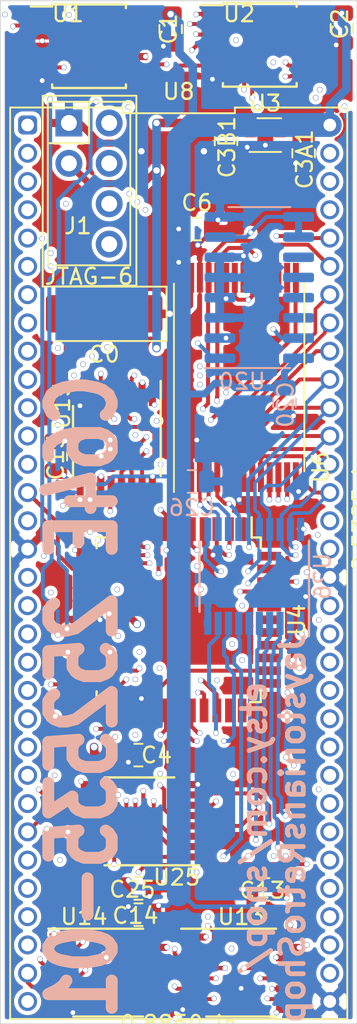
<source format=kicad_pcb>
(kicad_pcb (version 20171130) (host pcbnew "(5.1.2)-1")
  (layers (0 F.Cu signal) (1 In1.Cu signal) (2 In2.Cu signal) (3 In3.Cu signal) (4 In4.Cu signal) (31 B.Cu signal) (34 B.Paste user hide) (35 F.Paste user hide) (36 B.SilkS user hide) (37 F.SilkS user hide) (38 B.Mask user hide) (39 F.Mask user hide) (44 Edge.Cuts user))
  (net 0 "")
  (net 1 +5V)
  (net 2 GND)
  (net 3 +3V3)
  (net 4 "Net-(J1-Pad2)")
  (net 5 "Net-(J1-Pad4)")
  (net 6 "Net-(J1-Pad6)")
  (net 7 "Net-(J1-Pad8)")
  (net 8 /NMI)
  (net 9 "Net-(U1-Pad2)")
  (net 10 "Net-(U1-Pad6)")
  (net 11 /~AEC)
  (net 12 /COLOR)
  (net 13 "Net-(U1-Pad10)")
  (net 14 "Net-(U1-Pad13)")
  (net 15 "Net-(U2-Pad12)")
  (net 16 "Net-(U2-Pad10)")
  (net 17 /~COLOR)
  (net 18 /AEC)
  (net 19 "Net-(U14-Pad5)")
  (net 20 /VA15)
  (net 21 "Net-(U14-Pad2)")
  (net 22 /VA14)
  (net 23 "Net-(U4-Pad1)")
  (net 24 /~ROMH)
  (net 25 /~ROML)
  (net 26 /IO)
  (net 27 /GR~W)
  (net 28 /~CHAROM)
  (net 29 /~CASRAM)
  (net 30 /~BASIC)
  (net 31 /VA12)
  (net 32 /VA13)
  (net 33 /~GAME)
  (net 34 /BA)
  (net 35 /R~W)
  (net 36 /~EXROM)
  (net 37 /A12)
  (net 38 /~CHAREN)
  (net 39 /A13)
  (net 40 /A14)
  (net 41 /A15)
  (net 42 "Net-(U4-Pad32)")
  (net 43 "Net-(U4-Pad33)")
  (net 44 "Net-(U4-Pad34)")
  (net 45 "Net-(U4-Pad36)")
  (net 46 /~HIRAM)
  (net 47 "Net-(U4-Pad38)")
  (net 48 "Net-(U4-Pad39)")
  (net 49 "Net-(U4-Pad40)")
  (net 50 /~LORAM)
  (net 51 /~CAS)
  (net 52 "Net-(U4-Pad43)")
  (net 53 "Net-(U4-Pad44)")
  (net 54 /A9)
  (net 55 "Net-(U6-Pad19)")
  (net 56 /A8)
  (net 57 "Net-(U6-Pad18)")
  (net 58 "Net-(U6-Pad17)")
  (net 59 "Net-(U6-Pad16)")
  (net 60 /D11)
  (net 61 /D10)
  (net 62 /D9)
  (net 63 /A7)
  (net 64 /D8)
  (net 65 /A6)
  (net 66 /A0)
  (net 67 /A5)
  (net 68 /A4)
  (net 69 /A1)
  (net 70 /A2)
  (net 71 /A3)
  (net 72 /A11)
  (net 73 /A10)
  (net 74 /~CIA2)
  (net 75 /~KERNAL)
  (net 76 /~IO1)
  (net 77 /~IO2)
  (net 78 /~SID)
  (net 79 /VA7)
  (net 80 /RAMR~W)
  (net 81 /VA6)
  (net 82 /MA6)
  (net 83 /~VIC)
  (net 84 /MA3)
  (net 85 /MA0)
  (net 86 /MA2)
  (net 87 /Phi0)
  (net 88 /MA4)
  (net 89 /~RAS)
  (net 90 /MA1)
  (net 91 /MA5)
  (net 92 /~CIA1)
  (net 93 /MA7)
  (net 94 "Net-(U14-Pad12)")
  (net 95 "Net-(U14-Pad6)")
  (net 96 "Net-(U15-Pad15)")
  (net 97 "Net-(U20-Pad11)")
  (net 98 "Net-(U20-Pad12)")
  (net 99 "Net-(U20-Pad13)")
  (net 100 "Net-(U20-Pad14)")
  (net 101 "Net-(U1-Pad1)")
  (net 102 "Net-(U4-Pad26)")
  (module Connector_PinHeader_2.54mm:PinHeader_2x04_P2.54mm_Vertical (layer F.Cu) (at 96.5835 50.673)
    (fp_text reference J1 (at 0.5715 6.477) (layer F.SilkS))
    (fp_text value JTAG-6 (at 1.27 9.652) (layer F.SilkS))
    (pad 1 thru_hole rect (at 0 0) (size 1.7 1.7) (drill 1) (layers *.Cu *.Mask) (net 2 GND))
    (pad 2 thru_hole oval (at 2.54 0) (size 1.7 1.7) (drill 1) (layers *.Cu *.Mask) (net 4 "Net-(J1-Pad2)"))
    (pad 3 thru_hole oval (at 0 2.54) (size 1.7 1.7) (drill 1) (layers *.Cu *.Mask) (net 3 +3V3))
    (pad 4 thru_hole oval (at 2.54 2.54) (size 1.7 1.7) (drill 1) (layers *.Cu *.Mask) (net 5 "Net-(J1-Pad4)"))
    (pad 6 thru_hole oval (at 2.54 5.08) (size 1.7 1.7) (drill 1) (layers *.Cu *.Mask) (net 6 "Net-(J1-Pad6)"))
    (pad 8 thru_hole oval (at 2.54 7.62) (size 1.7 1.7) (drill 1) (layers *.Cu *.Mask) (net 7 "Net-(J1-Pad8)"))
  )
  (module Package_SO:TSSOP-16_4.4x5mm_P0.65mm (layer F.Cu) (at 101.0285 94.5515 180)
    (fp_text reference U25 (at -2.3495 -3.556) (layer F.SilkS))
    (fp_text value "74AHCT257PW,118 ")
    (pad 16 smd rect (at 2.95 -2.275 180) (size 1.5 0.45) (layers F.Cu F.Paste F.Mask) (net 1 +5V))
    (pad 15 smd rect (at 2.95 -1.625 180) (size 1.5 0.45) (layers F.Cu F.Paste F.Mask) (net 11 /~AEC))
    (pad 14 smd rect (at 2.95 -0.975 180) (size 1.5 0.45) (layers F.Cu F.Paste F.Mask) (net 56 /A8))
    (pad 13 smd rect (at 2.95 -0.325 180) (size 1.5 0.45) (layers F.Cu F.Paste F.Mask) (net 66 /A0))
    (pad 12 smd rect (at 2.95 0.325 180) (size 1.5 0.45) (layers F.Cu F.Paste F.Mask) (net 85 /MA0))
    (pad 11 smd rect (at 2.95 0.975 180) (size 1.5 0.45) (layers F.Cu F.Paste F.Mask) (net 54 /A9))
    (pad 10 smd rect (at 2.95 1.625 180) (size 1.5 0.45) (layers F.Cu F.Paste F.Mask) (net 69 /A1))
    (pad 9 smd rect (at 2.95 2.275 180) (size 1.5 0.45) (layers F.Cu F.Paste F.Mask) (net 90 /MA1))
    (pad 8 smd rect (at -2.95 2.275 180) (size 1.5 0.45) (layers F.Cu F.Paste F.Mask) (net 2 GND))
    (pad 7 smd rect (at -2.95 1.625 180) (size 1.5 0.45) (layers F.Cu F.Paste F.Mask) (net 86 /MA2))
    (pad 6 smd rect (at -2.95 0.975 180) (size 1.5 0.45) (layers F.Cu F.Paste F.Mask) (net 70 /A2))
    (pad 5 smd rect (at -2.95 0.325 180) (size 1.5 0.45) (layers F.Cu F.Paste F.Mask) (net 73 /A10))
    (pad 4 smd rect (at -2.95 -0.325 180) (size 1.5 0.45) (layers F.Cu F.Paste F.Mask) (net 84 /MA3))
    (pad 3 smd rect (at -2.95 -0.975 180) (size 1.5 0.45) (layers F.Cu F.Paste F.Mask) (net 71 /A3))
    (pad 2 smd rect (at -2.95 -1.625 180) (size 1.5 0.45) (layers F.Cu F.Paste F.Mask) (net 72 /A11))
    (pad 1 smd rect (at -2.95 -2.275 180) (size 1.5 0.45) (layers F.Cu F.Paste F.Mask) (net 51 /~CAS))
  )
  (module Package_SO:TSOP-I-28_11.8x8mm_P0.55mm (layer F.Cu) (at 107.315 66.675 90)
    (fp_text reference U6 (at -5.6515 5.1435 90) (layer F.SilkS))
    (fp_text value IS62C256AL-45TLI)
    (pad 22 smd rect (at 6.27 -0.275 90) (size 1.87 0.38) (layers F.Cu F.Paste F.Mask) (net 13 "Net-(U1-Pad10)"))
    (pad 21 smd rect (at 6.27 0.275 90) (size 1.87 0.38) (layers F.Cu F.Paste F.Mask) (net 2 GND))
    (pad 20 smd rect (at 6.27 0.825 90) (size 1.87 0.38) (layers F.Cu F.Paste F.Mask) (net 13 "Net-(U1-Pad10)"))
    (pad 23 smd rect (at 6.27 -0.825 90) (size 1.87 0.38) (layers F.Cu F.Paste F.Mask) (net 2 GND))
    (pad 24 smd rect (at 6.27 -1.375 90) (size 1.87 0.38) (layers F.Cu F.Paste F.Mask) (net 54 /A9))
    (pad 19 smd rect (at 6.27 1.375 90) (size 1.87 0.38) (layers F.Cu F.Paste F.Mask) (net 55 "Net-(U6-Pad19)"))
    (pad 25 smd rect (at 6.27 -1.925 90) (size 1.87 0.38) (layers F.Cu F.Paste F.Mask) (net 56 /A8))
    (pad 18 smd rect (at 6.27 1.925 90) (size 1.87 0.38) (layers F.Cu F.Paste F.Mask) (net 57 "Net-(U6-Pad18)"))
    (pad 26 smd rect (at 6.27 -2.475 90) (size 1.87 0.38) (layers F.Cu F.Paste F.Mask) (net 2 GND))
    (pad 17 smd rect (at 6.27 2.475 90) (size 1.87 0.38) (layers F.Cu F.Paste F.Mask) (net 58 "Net-(U6-Pad17)"))
    (pad 16 smd rect (at 6.27 3.025 90) (size 1.87 0.38) (layers F.Cu F.Paste F.Mask) (net 59 "Net-(U6-Pad16)"))
    (pad 27 smd rect (at 6.27 -3.025 90) (size 1.87 0.38) (layers F.Cu F.Paste F.Mask) (net 27 /GR~W))
    (pad 28 smd rect (at 6.27 -3.575 90) (size 1.87 0.38) (layers F.Cu F.Paste F.Mask) (net 1 +5V))
    (pad 15 smd rect (at 6.27 3.575 90) (size 1.87 0.38) (layers F.Cu F.Paste F.Mask) (net 60 /D11))
    (pad 14 smd rect (at -6.27 3.575 90) (size 1.87 0.38) (layers F.Cu F.Paste F.Mask) (net 2 GND))
    (pad 1 smd rect (at -6.27 -3.575 90) (size 1.87 0.38) (layers F.Cu F.Paste F.Mask) (net 2 GND))
    (pad 2 smd rect (at -6.27 -3.025 90) (size 1.87 0.38) (layers F.Cu F.Paste F.Mask) (net 2 GND))
    (pad 13 smd rect (at -6.27 3.025 90) (size 1.87 0.38) (layers F.Cu F.Paste F.Mask) (net 61 /D10))
    (pad 12 smd rect (at -6.27 2.475 90) (size 1.87 0.38) (layers F.Cu F.Paste F.Mask) (net 62 /D9))
    (pad 3 smd rect (at -6.27 -2.475 90) (size 1.87 0.38) (layers F.Cu F.Paste F.Mask) (net 63 /A7))
    (pad 11 smd rect (at -6.27 1.925 90) (size 1.87 0.38) (layers F.Cu F.Paste F.Mask) (net 64 /D8))
    (pad 4 smd rect (at -6.27 -1.925 90) (size 1.87 0.38) (layers F.Cu F.Paste F.Mask) (net 65 /A6))
    (pad 10 smd rect (at -6.27 1.375 90) (size 1.87 0.38) (layers F.Cu F.Paste F.Mask) (net 66 /A0))
    (pad 5 smd rect (at -6.27 -1.375 90) (size 1.87 0.38) (layers F.Cu F.Paste F.Mask) (net 67 /A5))
    (pad 6 smd rect (at -6.27 -0.825 90) (size 1.87 0.38) (layers F.Cu F.Paste F.Mask) (net 68 /A4))
    (pad 9 smd rect (at -6.27 0.825 90) (size 1.87 0.38) (layers F.Cu F.Paste F.Mask) (net 69 /A1))
    (pad 8 smd rect (at -6.27 0.275 90) (size 1.87 0.38) (layers F.Cu F.Paste F.Mask) (net 70 /A2))
    (pad 7 smd rect (at -6.27 -0.275 90) (size 1.87 0.38) (layers F.Cu F.Paste F.Mask) (net 71 /A3))
  )
  (module CPU2:DIP-64_750 (layer F.Cu) (at 103.505 77.724)
    (fp_text reference U8 (at 0 -29.024) (layer F.SilkS))
    (fp_text value C64_PLA_C)
    (pad 64 thru_hole circle (at 9.525 -26.924 270) (size 1.2 1.2) (drill 0.8) (layers *.Cu *.Mask) (net 1 +5V))
    (pad 1 thru_hole roundrect (at -9.525 -26.924 270) (size 1.2 1.2) (drill 0.8) (layers *.Cu *.Mask) (net 39 /A13))
    (pad 63 thru_hole circle (at 9.525 -25.146 270) (size 1.2 1.2) (drill 0.8) (layers *.Cu *.Mask) (net 37 /A12))
    (pad 2 thru_hole circle (at -9.525 -25.146 270) (size 1.2 1.2) (drill 0.8) (layers *.Cu *.Mask) (net 40 /A14))
    (pad 62 thru_hole circle (at 9.525 -23.368 270) (size 1.2 1.2) (drill 0.8) (layers *.Cu *.Mask) (net 72 /A11))
    (pad 3 thru_hole circle (at -9.525 -23.368 270) (size 1.2 1.2) (drill 0.8) (layers *.Cu *.Mask) (net 41 /A15))
    (pad 61 thru_hole circle (at 9.525 -21.59 270) (size 1.2 1.2) (drill 0.8) (layers *.Cu *.Mask) (net 73 /A10))
    (pad 4 thru_hole circle (at -9.525 -21.59 270) (size 1.2 1.2) (drill 0.8) (layers *.Cu *.Mask) (net 35 /R~W))
    (pad 60 thru_hole circle (at 9.525 -19.812 270) (size 1.2 1.2) (drill 0.8) (layers *.Cu *.Mask) (net 54 /A9))
    (pad 5 thru_hole circle (at -9.525 -19.812 270) (size 1.2 1.2) (drill 0.8) (layers *.Cu *.Mask) (net 50 /~LORAM))
    (pad 59 thru_hole circle (at 9.525 -18.034 270) (size 1.2 1.2) (drill 0.8) (layers *.Cu *.Mask) (net 56 /A8))
    (pad 6 thru_hole circle (at -9.525 -18.034 270) (size 1.2 1.2) (drill 0.8) (layers *.Cu *.Mask) (net 46 /~HIRAM))
    (pad 58 thru_hole circle (at 9.525 -16.256 270) (size 1.2 1.2) (drill 0.8) (layers *.Cu *.Mask) (net 63 /A7))
    (pad 7 thru_hole circle (at -9.525 -16.256 270) (size 1.2 1.2) (drill 0.8) (layers *.Cu *.Mask) (net 38 /~CHAREN))
    (pad 57 thru_hole circle (at 9.525 -14.478 270) (size 1.2 1.2) (drill 0.8) (layers *.Cu *.Mask) (net 65 /A6))
    (pad 8 thru_hole circle (at -9.525 -14.478 270) (size 1.2 1.2) (drill 0.8) (layers *.Cu *.Mask) (net 8 /NMI))
    (pad 56 thru_hole circle (at 9.525 -12.7 270) (size 1.2 1.2) (drill 0.8) (layers *.Cu *.Mask) (net 67 /A5))
    (pad 9 thru_hole circle (at -9.525 -12.7 270) (size 1.2 1.2) (drill 0.8) (layers *.Cu *.Mask) (net 9 "Net-(U1-Pad2)"))
    (pad 55 thru_hole circle (at 9.525 -10.922 270) (size 1.2 1.2) (drill 0.8) (layers *.Cu *.Mask) (net 68 /A4))
    (pad 10 thru_hole circle (at -9.525 -10.922 270) (size 1.2 1.2) (drill 0.8) (layers *.Cu *.Mask) (net 22 /VA14))
    (pad 54 thru_hole circle (at 9.525 -9.144 270) (size 1.2 1.2) (drill 0.8) (layers *.Cu *.Mask) (net 71 /A3))
    (pad 11 thru_hole circle (at -9.525 -9.144 270) (size 1.2 1.2) (drill 0.8) (layers *.Cu *.Mask) (net 20 /VA15))
    (pad 53 thru_hole circle (at 9.525 -7.366 270) (size 1.2 1.2) (drill 0.8) (layers *.Cu *.Mask) (net 70 /A2))
    (pad 12 thru_hole circle (at -9.525 -7.366 270) (size 1.2 1.2) (drill 0.8) (layers *.Cu *.Mask) (net 74 /~CIA2))
    (pad 52 thru_hole circle (at 9.525 -5.588 270) (size 1.2 1.2) (drill 0.8) (layers *.Cu *.Mask) (net 69 /A1))
    (pad 13 thru_hole circle (at -9.525 -5.588 270) (size 1.2 1.2) (drill 0.8) (layers *.Cu *.Mask) (net 28 /~CHAROM))
    (pad 51 thru_hole circle (at 9.525 -3.81 270) (size 1.2 1.2) (drill 0.8) (layers *.Cu *.Mask) (net 66 /A0))
    (pad 14 thru_hole circle (at -9.525 -3.81 270) (size 1.2 1.2) (drill 0.8) (layers *.Cu *.Mask) (net 30 /~BASIC))
    (pad 50 thru_hole circle (at 9.525 -2.032 270) (size 1.2 1.2) (drill 0.8) (layers *.Cu *.Mask) (net 24 /~ROMH))
    (pad 15 thru_hole circle (at -9.525 -2.032 270) (size 1.2 1.2) (drill 0.8) (layers *.Cu *.Mask) (net 75 /~KERNAL))
    (pad 49 thru_hole circle (at 9.525 -0.254 270) (size 1.2 1.2) (drill 0.8) (layers *.Cu *.Mask) (net 76 /~IO1))
    (pad 16 thru_hole circle (at -9.525 -0.254 270) (size 1.2 1.2) (drill 0.8) (layers *.Cu *.Mask) (net 2 GND))
    (pad 48 thru_hole circle (at 9.525 1.524 270) (size 1.2 1.2) (drill 0.8) (layers *.Cu *.Mask) (net 2 GND))
    (pad 17 thru_hole circle (at -9.525 1.524 270) (size 1.2 1.2) (drill 0.8) (layers *.Cu *.Mask))
    (pad 47 thru_hole circle (at 9.525 3.302 270) (size 1.2 1.2) (drill 0.8) (layers *.Cu *.Mask) (net 33 /~GAME))
    (pad 18 thru_hole circle (at -9.525 3.302 270) (size 1.2 1.2) (drill 0.8) (layers *.Cu *.Mask) (net 64 /D8))
    (pad 46 thru_hole circle (at 9.525 5.08 270) (size 1.2 1.2) (drill 0.8) (layers *.Cu *.Mask) (net 36 /~EXROM))
    (pad 19 thru_hole circle (at -9.525 5.08 270) (size 1.2 1.2) (drill 0.8) (layers *.Cu *.Mask) (net 62 /D9))
    (pad 45 thru_hole circle (at 9.525 6.858 270) (size 1.2 1.2) (drill 0.8) (layers *.Cu *.Mask) (net 77 /~IO2))
    (pad 20 thru_hole circle (at -9.525 6.858 270) (size 1.2 1.2) (drill 0.8) (layers *.Cu *.Mask) (net 61 /D10))
    (pad 44 thru_hole circle (at 9.525 8.636 270) (size 1.2 1.2) (drill 0.8) (layers *.Cu *.Mask) (net 25 /~ROML))
    (pad 21 thru_hole circle (at -9.525 8.636 270) (size 1.2 1.2) (drill 0.8) (layers *.Cu *.Mask) (net 60 /D11))
    (pad 43 thru_hole circle (at 9.525 10.414 270) (size 1.2 1.2) (drill 0.8) (layers *.Cu *.Mask) (net 78 /~SID))
    (pad 22 thru_hole circle (at -9.525 10.414 270) (size 1.2 1.2) (drill 0.8) (layers *.Cu *.Mask) (net 29 /~CASRAM))
    (pad 42 thru_hole circle (at 9.525 12.192 270) (size 1.2 1.2) (drill 0.8) (layers *.Cu *.Mask) (net 79 /VA7))
    (pad 23 thru_hole circle (at -9.525 12.192 270) (size 1.2 1.2) (drill 0.8) (layers *.Cu *.Mask) (net 80 /RAMR~W))
    (pad 41 thru_hole circle (at 9.525 13.97 270) (size 1.2 1.2) (drill 0.8) (layers *.Cu *.Mask) (net 81 /VA6))
    (pad 24 thru_hole circle (at -9.525 13.97 270) (size 1.2 1.2) (drill 0.8) (layers *.Cu *.Mask) (net 82 /MA6))
    (pad 40 thru_hole circle (at 9.525 15.748 270) (size 1.2 1.2) (drill 0.8) (layers *.Cu *.Mask) (net 83 /~VIC))
    (pad 25 thru_hole circle (at -9.525 15.748 270) (size 1.2 1.2) (drill 0.8) (layers *.Cu *.Mask) (net 84 /MA3))
    (pad 39 thru_hole circle (at 9.525 17.526 270) (size 1.2 1.2) (drill 0.8) (layers *.Cu *.Mask) (net 34 /BA))
    (pad 26 thru_hole circle (at -9.525 17.526 270) (size 1.2 1.2) (drill 0.8) (layers *.Cu *.Mask) (net 85 /MA0))
    (pad 38 thru_hole circle (at 9.525 19.304 270) (size 1.2 1.2) (drill 0.8) (layers *.Cu *.Mask) (net 18 /AEC))
    (pad 27 thru_hole circle (at -9.525 19.304 270) (size 1.2 1.2) (drill 0.8) (layers *.Cu *.Mask) (net 86 /MA2))
    (pad 37 thru_hole circle (at 9.525 21.082 270) (size 1.2 1.2) (drill 0.8) (layers *.Cu *.Mask) (net 87 /Phi0))
    (pad 28 thru_hole circle (at -9.525 21.082 270) (size 1.2 1.2) (drill 0.8) (layers *.Cu *.Mask) (net 88 /MA4))
    (pad 36 thru_hole circle (at 9.525 22.86 270) (size 1.2 1.2) (drill 0.8) (layers *.Cu *.Mask) (net 89 /~RAS))
    (pad 29 thru_hole circle (at -9.525 22.86 270) (size 1.2 1.2) (drill 0.8) (layers *.Cu *.Mask) (net 90 /MA1))
    (pad 35 thru_hole circle (at 9.525 24.638 270) (size 1.2 1.2) (drill 0.8) (layers *.Cu *.Mask) (net 51 /~CAS))
    (pad 30 thru_hole circle (at -9.525 24.638 270) (size 1.2 1.2) (drill 0.8) (layers *.Cu *.Mask) (net 91 /MA5))
    (pad 34 thru_hole circle (at 9.525 26.416 270) (size 1.2 1.2) (drill 0.8) (layers *.Cu *.Mask) (net 92 /~CIA1))
    (pad 31 thru_hole circle (at -9.525 26.416 270) (size 1.2 1.2) (drill 0.8) (layers *.Cu *.Mask) (net 93 /MA7))
    (pad 33 thru_hole circle (at 9.525 28.194 270) (size 1.2 1.2) (drill 0.8) (layers *.Cu *.Mask) (net 2 GND))
    (pad 32 thru_hole circle (at -9.525 28.194 270) (size 1.2 1.2) (drill 0.8) (layers *.Cu *.Mask))
  )
  (module Resistor_SMD:R_0805_2012Metric (layer F.Cu) (at 111.379 52.578 270)
    (fp_text reference C3A1 (at 0.381 -0.0635 90) (layer F.SilkS))
    (fp_text value 1uF)
    (pad 2 smd roundrect (at 0.9375 0 270) (size 0.975 1.4) (layers F.Cu F.Paste F.Mask) (net 2 GND))
    (pad 1 smd roundrect (at -0.9375 0 270) (size 0.975 1.4) (layers F.Cu F.Paste F.Mask) (net 1 +5V))
  )
  (module Resistor_SMD:R_0805_2012Metric (layer F.Cu) (at 106.4895 51.816 270)
    (fp_text reference C3B1 (at 0.381 -0.0635 90) (layer F.SilkS))
    (fp_text value 1uF)
    (pad 2 smd roundrect (at 0.9375 0 270) (size 0.975 1.4) (layers F.Cu F.Paste F.Mask) (net 2 GND))
    (pad 1 smd roundrect (at -0.9375 0 270) (size 0.975 1.4) (layers F.Cu F.Paste F.Mask) (net 3 +3V3))
  )
  (module CPU2:LFCSP-6 (layer F.Cu) (at 108.966 51.435)
    (fp_text reference U3 (at 0 -2) (layer F.SilkS))
    (fp_text value ADP122)
    (pad 1 smd rect (at -0.95 -0.65) (size 0.65 0.28) (layers F.Cu F.Paste F.Mask) (net 3 +3V3))
    (pad 2 smd rect (at -0.95 0) (size 0.65 0.28) (layers F.Cu F.Paste F.Mask))
    (pad 3 smd rect (at -0.95 0.65) (size 0.65 0.28) (layers F.Cu F.Paste F.Mask) (net 2 GND))
    (pad 4 smd rect (at 0.95 0.65) (size 0.65 0.28) (layers F.Cu F.Paste F.Mask) (net 1 +5V))
    (pad 5 smd rect (at 0.95 0) (size 0.65 0.28) (layers F.Cu F.Paste F.Mask))
    (pad 6 smd rect (at 0.95 -0.65) (size 0.65 0.28) (layers F.Cu F.Paste F.Mask) (net 1 +5V))
    (pad EP smd roundrect (at 0 0) (size 1 1.6) (layers F.Cu F.Paste F.Mask) (net 2 GND))
  )
  (module Package_SO:TSSOP-16_4.4x5mm_P0.65mm (layer F.Cu) (at 99.568 70.6755 270)
    (fp_text reference U15 (at -2.2225 3.429 90) (layer F.SilkS))
    (fp_text value 74HCT139PW,118)
    (pad 1 smd rect (at -2.95 -2.275 270) (size 1.5 0.45) (layers F.Cu F.Paste F.Mask) (net 26 /IO))
    (pad 2 smd rect (at -2.95 -1.625 270) (size 1.5 0.45) (layers F.Cu F.Paste F.Mask) (net 73 /A10))
    (pad 3 smd rect (at -2.95 -0.975 270) (size 1.5 0.45) (layers F.Cu F.Paste F.Mask) (net 72 /A11))
    (pad 4 smd rect (at -2.95 -0.325 270) (size 1.5 0.45) (layers F.Cu F.Paste F.Mask) (net 83 /~VIC))
    (pad 5 smd rect (at -2.95 0.325 270) (size 1.5 0.45) (layers F.Cu F.Paste F.Mask) (net 78 /~SID))
    (pad 6 smd rect (at -2.95 0.975 270) (size 1.5 0.45) (layers F.Cu F.Paste F.Mask) (net 17 /~COLOR))
    (pad 7 smd rect (at -2.95 1.625 270) (size 1.5 0.45) (layers F.Cu F.Paste F.Mask) (net 96 "Net-(U15-Pad15)"))
    (pad 8 smd rect (at -2.95 2.275 270) (size 1.5 0.45) (layers F.Cu F.Paste F.Mask) (net 2 GND))
    (pad 9 smd rect (at 2.95 2.275 270) (size 1.5 0.45) (layers F.Cu F.Paste F.Mask) (net 77 /~IO2))
    (pad 10 smd rect (at 2.95 1.625 270) (size 1.5 0.45) (layers F.Cu F.Paste F.Mask) (net 76 /~IO1))
    (pad 11 smd rect (at 2.95 0.975 270) (size 1.5 0.45) (layers F.Cu F.Paste F.Mask) (net 74 /~CIA2))
    (pad 12 smd rect (at 2.95 0.325 270) (size 1.5 0.45) (layers F.Cu F.Paste F.Mask) (net 92 /~CIA1))
    (pad 13 smd rect (at 2.95 -0.325 270) (size 1.5 0.45) (layers F.Cu F.Paste F.Mask) (net 54 /A9))
    (pad 14 smd rect (at 2.95 -0.975 270) (size 1.5 0.45) (layers F.Cu F.Paste F.Mask) (net 56 /A8))
    (pad 15 smd rect (at 2.95 -1.625 270) (size 1.5 0.45) (layers F.Cu F.Paste F.Mask) (net 96 "Net-(U15-Pad15)"))
    (pad 16 smd rect (at 2.95 -2.275 270) (size 1.5 0.45) (layers F.Cu F.Paste F.Mask) (net 1 +5V))
  )
  (module Package_SO:TSSOP-20_4.4x6.5mm_P0.65mm (layer B.Cu) (at 108.2675 79.1845 90)
    (fp_text reference U26 (at 0 4.3 270) (layer B.SilkS) (effects (justify mirror)))
    (fp_text value 74HCT573PW,118)
    (pad 1 smd rect (at -2.95 2.925 90) (size 1.45 0.45) (layers B.Cu B.Paste B.Mask) (net 18 /AEC))
    (pad 2 smd rect (at -2.95 2.275 90) (size 1.45 0.45) (layers B.Cu B.Paste B.Mask) (net 85 /MA0))
    (pad 3 smd rect (at -2.95 1.625 90) (size 1.45 0.45) (layers B.Cu B.Paste B.Mask) (net 90 /MA1))
    (pad 4 smd rect (at -2.95 0.975 90) (size 1.45 0.45) (layers B.Cu B.Paste B.Mask) (net 86 /MA2))
    (pad 5 smd rect (at -2.95 0.325 90) (size 1.45 0.45) (layers B.Cu B.Paste B.Mask) (net 84 /MA3))
    (pad 6 smd rect (at -2.95 -0.325 90) (size 1.45 0.45) (layers B.Cu B.Paste B.Mask) (net 88 /MA4))
    (pad 7 smd rect (at -2.95 -0.975 90) (size 1.45 0.45) (layers B.Cu B.Paste B.Mask) (net 91 /MA5))
    (pad 8 smd rect (at -2.95 -1.625 90) (size 1.45 0.45) (layers B.Cu B.Paste B.Mask) (net 81 /VA6))
    (pad 9 smd rect (at -2.95 -2.275 90) (size 1.45 0.45) (layers B.Cu B.Paste B.Mask) (net 79 /VA7))
    (pad 10 smd rect (at -2.95 -2.925 90) (size 1.45 0.45) (layers B.Cu B.Paste B.Mask) (net 2 GND))
    (pad 11 smd rect (at 2.95 -2.925 90) (size 1.45 0.45) (layers B.Cu B.Paste B.Mask) (net 89 /~RAS))
    (pad 12 smd rect (at 2.95 -2.275 90) (size 1.45 0.45) (layers B.Cu B.Paste B.Mask) (net 63 /A7))
    (pad 13 smd rect (at 2.95 -1.625 90) (size 1.45 0.45) (layers B.Cu B.Paste B.Mask) (net 65 /A6))
    (pad 14 smd rect (at 2.95 -0.975 90) (size 1.45 0.45) (layers B.Cu B.Paste B.Mask) (net 67 /A5))
    (pad 15 smd rect (at 2.95 -0.325 90) (size 1.45 0.45) (layers B.Cu B.Paste B.Mask) (net 68 /A4))
    (pad 16 smd rect (at 2.95 0.325 90) (size 1.45 0.45) (layers B.Cu B.Paste B.Mask) (net 71 /A3))
    (pad 17 smd rect (at 2.95 0.975 90) (size 1.45 0.45) (layers B.Cu B.Paste B.Mask) (net 70 /A2))
    (pad 18 smd rect (at 2.95 1.625 90) (size 1.45 0.45) (layers B.Cu B.Paste B.Mask) (net 69 /A1))
    (pad 19 smd rect (at 2.95 2.275 90) (size 1.45 0.45) (layers B.Cu B.Paste B.Mask) (net 66 /A0))
    (pad 20 smd rect (at 2.95 2.925 90) (size 1.45 0.45) (layers B.Cu B.Paste B.Mask) (net 1 +5V))
  )
  (module Resistor_SMD:R_0805_2012Metric (layer F.Cu) (at 100.965 90.424 180)
    (fp_text reference C4 (at -1.143 0) (layer F.SilkS))
    (fp_text value 0.1uF)
    (pad 2 smd roundrect (at 0.9375 0 180) (size 0.975 1.4) (layers F.Cu F.Paste F.Mask) (net 2 GND))
    (pad 1 smd roundrect (at -0.9375 0 180) (size 0.975 1.4) (layers F.Cu F.Paste F.Mask) (net 3 +3V3))
  )
  (module Resistor_SMD:R_0805_2012Metric (layer F.Cu) (at 104.648 57.3405)
    (fp_text reference C6 (at 0 -1.65) (layer F.SilkS))
    (fp_text value 0.1uF)
    (pad 1 smd roundrect (at -0.9375 0) (size 0.975 1.4) (layers F.Cu F.Paste F.Mask) (net 1 +5V))
    (pad 2 smd roundrect (at 0.9375 0) (size 0.975 1.4) (layers F.Cu F.Paste F.Mask) (net 2 GND))
  )
  (module Resistor_SMD:R_0805_2012Metric (layer F.Cu) (at 95.758 71.628 90)
    (fp_text reference C15 (at -0.0635 0 90) (layer F.SilkS))
    (fp_text value 0.1uF)
    (pad 1 smd roundrect (at -0.9375 0 90) (size 0.975 1.4) (layers F.Cu F.Paste F.Mask) (net 1 +5V))
    (pad 2 smd roundrect (at 0.9375 0 90) (size 0.975 1.4) (layers F.Cu F.Paste F.Mask) (net 2 GND))
  )
  (module Resistor_SMD:R_0805_2012Metric (layer B.Cu) (at 104.3305 73.2155)
    (fp_text reference C26 (at 0 1.65) (layer B.SilkS) (effects (justify mirror)))
    (fp_text value 0.1uF)
    (pad 2 smd roundrect (at 0.9375 0) (size 0.975 1.4) (layers B.Cu B.Paste B.Mask) (net 2 GND))
    (pad 1 smd roundrect (at -0.9375 0) (size 0.975 1.4) (layers B.Cu B.Paste B.Mask) (net 1 +5V))
  )
  (module Resistor_SMD:R_0805_2012Metric (layer F.Cu) (at 100.965 98.806)
    (fp_text reference C25 (at -0.381 0.0635) (layer F.SilkS))
    (fp_text value 0.1uF)
    (pad 1 smd roundrect (at -0.9375 0) (size 0.975 1.4) (layers F.Cu F.Paste F.Mask) (net 1 +5V))
    (pad 2 smd roundrect (at 0.9375 0) (size 0.975 1.4) (layers F.Cu F.Paste F.Mask) (net 2 GND))
  )
  (module Resistor_SMD:R_0805_2012Metric (layer F.Cu) (at 108.966 98.8695 180)
    (fp_text reference C13 (at 0.1905 -0.0635) (layer F.SilkS))
    (fp_text value 0.1uF)
    (pad 2 smd roundrect (at 0.9375 0 180) (size 0.975 1.4) (layers F.Cu F.Paste F.Mask) (net 2 GND))
    (pad 1 smd roundrect (at -0.9375 0 180) (size 0.975 1.4) (layers F.Cu F.Paste F.Mask) (net 1 +5V))
  )
  (module Resistor_SMD:R_0805_2012Metric (layer F.Cu) (at 100.965 100.457 180)
    (fp_text reference C14 (at 0.1905 -0.0635) (layer F.SilkS))
    (fp_text value 0.1uF)
    (pad 1 smd roundrect (at -0.9375 0 180) (size 0.975 1.4) (layers F.Cu F.Paste F.Mask) (net 1 +5V))
    (pad 2 smd roundrect (at 0.9375 0 180) (size 0.975 1.4) (layers F.Cu F.Paste F.Mask) (net 2 GND))
  )
  (module Package_SO:TSSOP-16_4.4x5mm_P0.65mm (layer F.Cu) (at 107.442 104.14)
    (fp_text reference U13 (at 0 -3.55) (layer F.SilkS))
    (fp_text value "74AHCT257PW,118 ")
    (pad 1 smd rect (at -2.95 -2.275) (size 1.5 0.45) (layers F.Cu F.Paste F.Mask) (net 51 /~CAS))
    (pad 2 smd rect (at -2.95 -1.625) (size 1.5 0.45) (layers F.Cu F.Paste F.Mask) (net 40 /A14))
    (pad 3 smd rect (at -2.95 -0.975) (size 1.5 0.45) (layers F.Cu F.Paste F.Mask) (net 65 /A6))
    (pad 4 smd rect (at -2.95 -0.325) (size 1.5 0.45) (layers F.Cu F.Paste F.Mask) (net 81 /VA6))
    (pad 5 smd rect (at -2.95 0.325) (size 1.5 0.45) (layers F.Cu F.Paste F.Mask) (net 39 /A13))
    (pad 6 smd rect (at -2.95 0.975) (size 1.5 0.45) (layers F.Cu F.Paste F.Mask) (net 67 /A5))
    (pad 7 smd rect (at -2.95 1.625) (size 1.5 0.45) (layers F.Cu F.Paste F.Mask) (net 91 /MA5))
    (pad 8 smd rect (at -2.95 2.275) (size 1.5 0.45) (layers F.Cu F.Paste F.Mask) (net 2 GND))
    (pad 9 smd rect (at 2.95 2.275) (size 1.5 0.45) (layers F.Cu F.Paste F.Mask) (net 79 /VA7))
    (pad 10 smd rect (at 2.95 1.625) (size 1.5 0.45) (layers F.Cu F.Paste F.Mask) (net 63 /A7))
    (pad 11 smd rect (at 2.95 0.975) (size 1.5 0.45) (layers F.Cu F.Paste F.Mask) (net 41 /A15))
    (pad 12 smd rect (at 2.95 0.325) (size 1.5 0.45) (layers F.Cu F.Paste F.Mask) (net 88 /MA4))
    (pad 13 smd rect (at 2.95 -0.325) (size 1.5 0.45) (layers F.Cu F.Paste F.Mask) (net 68 /A4))
    (pad 14 smd rect (at 2.95 -0.975) (size 1.5 0.45) (layers F.Cu F.Paste F.Mask) (net 37 /A12))
    (pad 15 smd rect (at 2.95 -1.625) (size 1.5 0.45) (layers F.Cu F.Paste F.Mask) (net 11 /~AEC))
    (pad 16 smd rect (at 2.95 -2.275) (size 1.5 0.45) (layers F.Cu F.Paste F.Mask) (net 1 +5V))
  )
  (module Package_SO:TSSOP-16_4.4x5mm_P0.65mm (layer F.Cu) (at 99.06 104.14)
    (fp_text reference U14 (at -1.524 -3.556) (layer F.SilkS))
    (fp_text value "74AHCT257PW,118 ")
    (pad 16 smd rect (at 2.95 -2.275) (size 1.5 0.45) (layers F.Cu F.Paste F.Mask) (net 1 +5V))
    (pad 15 smd rect (at 2.95 -1.625) (size 1.5 0.45) (layers F.Cu F.Paste F.Mask) (net 18 /AEC))
    (pad 14 smd rect (at 2.95 -0.975) (size 1.5 0.45) (layers F.Cu F.Paste F.Mask) (net 81 /VA6))
    (pad 13 smd rect (at 2.95 -0.325) (size 1.5 0.45) (layers F.Cu F.Paste F.Mask) (net 81 /VA6))
    (pad 12 smd rect (at 2.95 0.325) (size 1.5 0.45) (layers F.Cu F.Paste F.Mask) (net 94 "Net-(U14-Pad12)"))
    (pad 11 smd rect (at 2.95 0.975) (size 1.5 0.45) (layers F.Cu F.Paste F.Mask) (net 79 /VA7))
    (pad 10 smd rect (at 2.95 1.625) (size 1.5 0.45) (layers F.Cu F.Paste F.Mask) (net 79 /VA7))
    (pad 9 smd rect (at 2.95 2.275) (size 1.5 0.45) (layers F.Cu F.Paste F.Mask) (net 95 "Net-(U14-Pad6)"))
    (pad 8 smd rect (at -2.95 2.275) (size 1.5 0.45) (layers F.Cu F.Paste F.Mask) (net 2 GND))
    (pad 7 smd rect (at -2.95 1.625) (size 1.5 0.45) (layers F.Cu F.Paste F.Mask) (net 93 /MA7))
    (pad 6 smd rect (at -2.95 0.975) (size 1.5 0.45) (layers F.Cu F.Paste F.Mask) (net 95 "Net-(U14-Pad6)"))
    (pad 5 smd rect (at -2.95 0.325) (size 1.5 0.45) (layers F.Cu F.Paste F.Mask) (net 19 "Net-(U14-Pad5)"))
    (pad 4 smd rect (at -2.95 -0.325) (size 1.5 0.45) (layers F.Cu F.Paste F.Mask) (net 82 /MA6))
    (pad 3 smd rect (at -2.95 -0.975) (size 1.5 0.45) (layers F.Cu F.Paste F.Mask) (net 94 "Net-(U14-Pad12)"))
    (pad 2 smd rect (at -2.95 -1.625) (size 1.5 0.45) (layers F.Cu F.Paste F.Mask) (net 21 "Net-(U14-Pad2)"))
    (pad 1 smd rect (at -2.95 -2.275) (size 1.5 0.45) (layers F.Cu F.Paste F.Mask) (net 51 /~CAS))
  )
  (module Resistor_SMD:R_0805_2012Metric (layer B.Cu) (at 110.1725 68.2625 270)
    (fp_text reference C20 (at 0.127 -0.0635 90) (layer B.SilkS) (effects (justify mirror)))
    (fp_text value 0.1uF)
    (pad 1 smd roundrect (at -0.9375 0 270) (size 0.975 1.4) (layers B.Cu B.Paste B.Mask) (net 1 +5V))
    (pad 2 smd roundrect (at 0.9375 0 270) (size 0.975 1.4) (layers B.Cu B.Paste B.Mask) (net 2 GND))
  )
  (module Package_SO:SOIC-16_3.9x9.9mm_P1.27mm (layer B.Cu) (at 108.585 61.0235)
    (fp_text reference U20 (at -1.0795 5.9) (layer B.SilkS) (effects (justify mirror)))
    (fp_text value 74HCT163D,653)
    (pad 1 smd roundrect (at -2.475 4.445) (size 1.95 0.6) (layers B.Cu B.Paste B.Mask) (net 8 /NMI))
    (pad 2 smd roundrect (at -2.475 3.175) (size 1.95 0.6) (layers B.Cu B.Paste B.Mask) (net 87 /Phi0))
    (pad 3 smd roundrect (at -2.475 1.905) (size 1.95 0.6) (layers B.Cu B.Paste B.Mask) (net 2 GND))
    (pad 4 smd roundrect (at -2.475 0.635) (size 1.95 0.6) (layers B.Cu B.Paste B.Mask) (net 2 GND))
    (pad 5 smd roundrect (at -2.475 -0.635) (size 1.95 0.6) (layers B.Cu B.Paste B.Mask) (net 2 GND))
    (pad 6 smd roundrect (at -2.475 -1.905) (size 1.95 0.6) (layers B.Cu B.Paste B.Mask) (net 2 GND))
    (pad 7 smd roundrect (at -2.475 -3.175) (size 1.95 0.6) (layers B.Cu B.Paste B.Mask) (net 8 /NMI))
    (pad 8 smd roundrect (at -2.475 -4.445) (size 1.95 0.6) (layers B.Cu B.Paste B.Mask) (net 2 GND))
    (pad 9 smd roundrect (at 2.475 -4.445) (size 1.95 0.6) (layers B.Cu B.Paste B.Mask) (net 8 /NMI))
    (pad 10 smd roundrect (at 2.475 -3.175) (size 1.95 0.6) (layers B.Cu B.Paste B.Mask) (net 8 /NMI))
    (pad 11 smd roundrect (at 2.475 -1.905) (size 1.95 0.6) (layers B.Cu B.Paste B.Mask) (net 97 "Net-(U20-Pad11)"))
    (pad 12 smd roundrect (at 2.475 -0.635) (size 1.95 0.6) (layers B.Cu B.Paste B.Mask) (net 98 "Net-(U20-Pad12)"))
    (pad 13 smd roundrect (at 2.475 0.635) (size 1.95 0.6) (layers B.Cu B.Paste B.Mask) (net 99 "Net-(U20-Pad13)"))
    (pad 14 smd roundrect (at 2.475 1.905) (size 1.95 0.6) (layers B.Cu B.Paste B.Mask) (net 100 "Net-(U20-Pad14)"))
    (pad 15 smd roundrect (at 2.475 3.175) (size 1.95 0.6) (layers B.Cu B.Paste B.Mask) (net 10 "Net-(U1-Pad6)"))
    (pad 16 smd roundrect (at 2.475 4.445) (size 1.95 0.6) (layers B.Cu B.Paste B.Mask) (net 1 +5V))
  )
  (module Resistor_SMD:R_0805_2012Metric (layer F.Cu) (at 102.997 44.7675 270)
    (fp_text reference C1 (at 0 0.127 90) (layer F.SilkS))
    (fp_text value 0.1uF)
    (pad 2 smd roundrect (at 0.9375 0 270) (size 0.975 1.4) (layers F.Cu F.Paste F.Mask) (net 2 GND))
    (pad 1 smd roundrect (at -0.9375 0 270) (size 0.975 1.4) (layers F.Cu F.Paste F.Mask) (net 1 +5V))
  )
  (module Resistor_SMD:R_0805_2012Metric (layer F.Cu) (at 113.792 44.704 270)
    (fp_text reference C2 (at -0.254 0.127 90) (layer F.SilkS))
    (fp_text value 0.1uF)
    (pad 1 smd roundrect (at -0.9375 0 270) (size 0.975 1.4) (layers F.Cu F.Paste F.Mask) (net 1 +5V))
    (pad 2 smd roundrect (at 0.9375 0 270) (size 0.975 1.4) (layers F.Cu F.Paste F.Mask) (net 2 GND))
  )
  (module Package_SO:TSSOP-14_4.4x5mm_P0.65mm (layer F.Cu) (at 97.8535 45.847)
    (fp_text reference U1 (at -1.3335 -2.032) (layer F.SilkS))
    (fp_text value SN74HCT02PWR)
    (pad 1 smd rect (at -2.95 -1.95) (size 1.45 0.45) (layers F.Cu F.Paste F.Mask) (net 101 "Net-(U1-Pad1)"))
    (pad 2 smd rect (at -2.95 -1.3) (size 1.45 0.45) (layers F.Cu F.Paste F.Mask) (net 9 "Net-(U1-Pad2)"))
    (pad 3 smd rect (at -2.95 -0.65) (size 1.45 0.45) (layers F.Cu F.Paste F.Mask) (net 8 /NMI))
    (pad 4 smd rect (at -2.95 0) (size 1.45 0.45) (layers F.Cu F.Paste F.Mask) (net 8 /NMI))
    (pad 5 smd rect (at -2.95 0.65) (size 1.45 0.45) (layers F.Cu F.Paste F.Mask) (net 101 "Net-(U1-Pad1)"))
    (pad 6 smd rect (at -2.95 1.3) (size 1.45 0.45) (layers F.Cu F.Paste F.Mask) (net 10 "Net-(U1-Pad6)"))
    (pad 7 smd rect (at -2.95 1.95) (size 1.45 0.45) (layers F.Cu F.Paste F.Mask) (net 2 GND))
    (pad 8 smd rect (at 2.95 1.95) (size 1.45 0.45) (layers F.Cu F.Paste F.Mask) (net 11 /~AEC))
    (pad 9 smd rect (at 2.95 1.3) (size 1.45 0.45) (layers F.Cu F.Paste F.Mask) (net 12 /COLOR))
    (pad 10 smd rect (at 2.95 0.65) (size 1.45 0.45) (layers F.Cu F.Paste F.Mask) (net 13 "Net-(U1-Pad10)"))
    (pad 11 smd rect (at 2.95 0) (size 1.45 0.45) (layers F.Cu F.Paste F.Mask) (net 2 GND))
    (pad 12 smd rect (at 2.95 -0.65) (size 1.45 0.45) (layers F.Cu F.Paste F.Mask) (net 2 GND))
    (pad 13 smd rect (at 2.95 -1.3) (size 1.45 0.45) (layers F.Cu F.Paste F.Mask) (net 14 "Net-(U1-Pad13)"))
    (pad 14 smd rect (at 2.95 -1.95) (size 1.45 0.45) (layers F.Cu F.Paste F.Mask) (net 1 +5V))
  )
  (module Package_SO:TSSOP-14_4.4x5mm_P0.65mm (layer F.Cu) (at 108.614 45.765)
    (fp_text reference U2 (at -1.299 -1.95) (layer F.SilkS))
    (fp_text value SN74HCT04PWR)
    (pad 14 smd rect (at 2.95 -1.95) (size 1.45 0.45) (layers F.Cu F.Paste F.Mask) (net 1 +5V))
    (pad 13 smd rect (at 2.95 -1.3) (size 1.45 0.45) (layers F.Cu F.Paste F.Mask) (net 2 GND))
    (pad 12 smd rect (at 2.95 -0.65) (size 1.45 0.45) (layers F.Cu F.Paste F.Mask) (net 15 "Net-(U2-Pad12)"))
    (pad 11 smd rect (at 2.95 0) (size 1.45 0.45) (layers F.Cu F.Paste F.Mask) (net 2 GND))
    (pad 10 smd rect (at 2.95 0.65) (size 1.45 0.45) (layers F.Cu F.Paste F.Mask) (net 16 "Net-(U2-Pad10)"))
    (pad 9 smd rect (at 2.95 1.3) (size 1.45 0.45) (layers F.Cu F.Paste F.Mask) (net 17 /~COLOR))
    (pad 8 smd rect (at 2.95 1.95) (size 1.45 0.45) (layers F.Cu F.Paste F.Mask) (net 12 /COLOR))
    (pad 7 smd rect (at -2.95 1.95) (size 1.45 0.45) (layers F.Cu F.Paste F.Mask) (net 2 GND))
    (pad 6 smd rect (at -2.95 1.3) (size 1.45 0.45) (layers F.Cu F.Paste F.Mask) (net 11 /~AEC))
    (pad 5 smd rect (at -2.95 0.65) (size 1.45 0.45) (layers F.Cu F.Paste F.Mask) (net 18 /AEC))
    (pad 4 smd rect (at -2.95 0) (size 1.45 0.45) (layers F.Cu F.Paste F.Mask) (net 19 "Net-(U14-Pad5)"))
    (pad 3 smd rect (at -2.95 -0.65) (size 1.45 0.45) (layers F.Cu F.Paste F.Mask) (net 20 /VA15))
    (pad 2 smd rect (at -2.95 -1.3) (size 1.45 0.45) (layers F.Cu F.Paste F.Mask) (net 21 "Net-(U14-Pad2)"))
    (pad 1 smd rect (at -2.95 -1.95) (size 1.45 0.45) (layers F.Cu F.Paste F.Mask) (net 22 /VA14))
  )
  (module Capacitor_Tantalum_SMD:CP_EIA-6032-28_Kemet-C_Pad2.25x2.35mm_HandSolder (layer F.Cu) (at 98.806 62.6745 180)
    (fp_text reference C0 (at 0 -2.55) (layer F.SilkS))
    (fp_text value 22uF)
    (pad 1 smd roundrect (at -2.55 0 180) (size 2.25 2.35) (layers F.Cu F.Paste F.Mask) (roundrect_rratio 0.111111) (net 1 +5V))
    (pad 2 smd roundrect (at 2.55 0 180) (size 2.25 2.35) (layers F.Cu F.Paste F.Mask) (roundrect_rratio 0.111111) (net 2 GND))
  )
  (module Package_QFP:TQFP-44_10x10mm_P0.8mm (layer F.Cu) (at 103.505 81.915 270)
    (fp_text reference U4 (at 0 -7.45 90) (layer F.SilkS))
    (fp_text value XC9536XL_CPLD_Xilinx)
    (pad 1 smd rect (at -5.7 -4 270) (size 1.5 0.55) (layers F.Cu F.Paste F.Mask) (net 23 "Net-(U4-Pad1)"))
    (pad 2 smd rect (at -5.7 -3.2 270) (size 1.5 0.55) (layers F.Cu F.Paste F.Mask) (net 24 /~ROMH))
    (pad 3 smd rect (at -5.7 -2.4 270) (size 1.5 0.55) (layers F.Cu F.Paste F.Mask) (net 25 /~ROML))
    (pad 4 smd rect (at -5.7 -1.6 270) (size 1.5 0.55) (layers F.Cu F.Paste F.Mask) (net 2 GND))
    (pad 5 smd rect (at -5.7 -0.8 270) (size 1.5 0.55) (layers F.Cu F.Paste F.Mask) (net 26 /IO))
    (pad 6 smd rect (at -5.7 0 270) (size 1.5 0.55) (layers F.Cu F.Paste F.Mask) (net 27 /GR~W))
    (pad 7 smd rect (at -5.7 0.8 270) (size 1.5 0.55) (layers F.Cu F.Paste F.Mask) (net 28 /~CHAROM))
    (pad 8 smd rect (at -5.7 1.6 270) (size 1.5 0.55) (layers F.Cu F.Paste F.Mask) (net 75 /~KERNAL))
    (pad 9 smd rect (at -5.7 2.4 270) (size 1.5 0.55) (layers F.Cu F.Paste F.Mask) (net 4 "Net-(J1-Pad2)"))
    (pad 10 smd rect (at -5.7 3.2 270) (size 1.5 0.55) (layers F.Cu F.Paste F.Mask) (net 6 "Net-(J1-Pad6)"))
    (pad 11 smd rect (at -5.7 4 270) (size 1.5 0.55) (layers F.Cu F.Paste F.Mask) (net 7 "Net-(J1-Pad8)"))
    (pad 12 smd rect (at -4 5.7) (size 1.5 0.55) (layers F.Cu F.Paste F.Mask) (net 29 /~CASRAM))
    (pad 13 smd rect (at -3.2 5.7) (size 1.5 0.55) (layers F.Cu F.Paste F.Mask) (net 30 /~BASIC))
    (pad 14 smd rect (at -2.4 5.7) (size 1.5 0.55) (layers F.Cu F.Paste F.Mask) (net 31 /VA12))
    (pad 15 smd rect (at -1.6 5.7) (size 1.5 0.55) (layers F.Cu F.Paste F.Mask) (net 3 +3V3))
    (pad 16 smd rect (at -0.8 5.7) (size 1.5 0.55) (layers F.Cu F.Paste F.Mask) (net 32 /VA13))
    (pad 17 smd rect (at 0 5.7) (size 1.5 0.55) (layers F.Cu F.Paste F.Mask) (net 2 GND))
    (pad 18 smd rect (at 0.8 5.7) (size 1.5 0.55) (layers F.Cu F.Paste F.Mask) (net 33 /~GAME))
    (pad 19 smd rect (at 1.6 5.7) (size 1.5 0.55) (layers F.Cu F.Paste F.Mask) (net 34 /BA))
    (pad 20 smd rect (at 2.4 5.7) (size 1.5 0.55) (layers F.Cu F.Paste F.Mask) (net 35 /R~W))
    (pad 21 smd rect (at 3.2 5.7) (size 1.5 0.55) (layers F.Cu F.Paste F.Mask) (net 36 /~EXROM))
    (pad 22 smd rect (at 4 5.7) (size 1.5 0.55) (layers F.Cu F.Paste F.Mask) (net 11 /~AEC))
    (pad 23 smd rect (at 5.7 4 270) (size 1.5 0.55) (layers F.Cu F.Paste F.Mask) (net 37 /A12))
    (pad 24 smd rect (at 5.7 3.2 270) (size 1.5 0.55) (layers F.Cu F.Paste F.Mask) (net 5 "Net-(J1-Pad4)"))
    (pad 25 smd rect (at 5.7 2.4 270) (size 1.5 0.55) (layers F.Cu F.Paste F.Mask) (net 2 GND))
    (pad 26 smd rect (at 5.7 1.6 270) (size 1.5 0.55) (layers F.Cu F.Paste F.Mask) (net 102 "Net-(U4-Pad26)"))
    (pad 27 smd rect (at 5.7 0.8 270) (size 1.5 0.55) (layers F.Cu F.Paste F.Mask) (net 38 /~CHAREN))
    (pad 28 smd rect (at 5.7 0 270) (size 1.5 0.55) (layers F.Cu F.Paste F.Mask) (net 39 /A13))
    (pad 29 smd rect (at 5.7 -0.8 270) (size 1.5 0.55) (layers F.Cu F.Paste F.Mask) (net 40 /A14))
    (pad 30 smd rect (at 5.7 -1.6 270) (size 1.5 0.55) (layers F.Cu F.Paste F.Mask) (net 41 /A15))
    (pad 31 smd rect (at 5.7 -2.4 270) (size 1.5 0.55) (layers F.Cu F.Paste F.Mask) (net 22 /VA14))
    (pad 32 smd rect (at 5.7 -3.2 270) (size 1.5 0.55) (layers F.Cu F.Paste F.Mask) (net 42 "Net-(U4-Pad32)"))
    (pad 33 smd rect (at 5.7 -4 270) (size 1.5 0.55) (layers F.Cu F.Paste F.Mask) (net 43 "Net-(U4-Pad33)"))
    (pad 34 smd rect (at 4 -5.7) (size 1.5 0.55) (layers F.Cu F.Paste F.Mask) (net 44 "Net-(U4-Pad34)"))
    (pad 35 smd rect (at 3.2 -5.7) (size 1.5 0.55) (layers F.Cu F.Paste F.Mask) (net 102 "Net-(U4-Pad26)"))
    (pad 36 smd rect (at 2.4 -5.7) (size 1.5 0.55) (layers F.Cu F.Paste F.Mask) (net 45 "Net-(U4-Pad36)"))
    (pad 37 smd rect (at 1.6 -5.7) (size 1.5 0.55) (layers F.Cu F.Paste F.Mask) (net 46 /~HIRAM))
    (pad 38 smd rect (at 0.8 -5.7) (size 1.5 0.55) (layers F.Cu F.Paste F.Mask) (net 47 "Net-(U4-Pad38)"))
    (pad 39 smd rect (at 0 -5.7) (size 1.5 0.55) (layers F.Cu F.Paste F.Mask) (net 48 "Net-(U4-Pad39)"))
    (pad 40 smd rect (at -0.8 -5.7) (size 1.5 0.55) (layers F.Cu F.Paste F.Mask) (net 49 "Net-(U4-Pad40)"))
    (pad 41 smd rect (at -1.6 -5.7) (size 1.5 0.55) (layers F.Cu F.Paste F.Mask) (net 50 /~LORAM))
    (pad 42 smd rect (at -2.4 -5.7) (size 1.5 0.55) (layers F.Cu F.Paste F.Mask) (net 51 /~CAS))
    (pad 43 smd rect (at -3.2 -5.7) (size 1.5 0.55) (layers F.Cu F.Paste F.Mask) (net 52 "Net-(U4-Pad43)"))
    (pad 44 smd rect (at -4 -5.7) (size 1.5 0.55) (layers F.Cu F.Paste F.Mask) (net 53 "Net-(U4-Pad44)"))
  )
  (gr_line (start 95.2535 51.943) (end 97.8535 51.943) (layer F.SilkS) (width 0.12))
  (gr_line (start 95.2535 49.343) (end 95.2535 51.943) (layer F.SilkS) (width 0.12))
  (gr_line (start 97.8535 49.343) (end 95.2535 49.343) (layer F.SilkS) (width 0.12))
  (gr_line (start 97.8535 51.943) (end 97.8535 49.343) (layer F.SilkS) (width 0.12))
  (gr_line (start 95.2535 51.943) (end 97.8535 51.943) (layer F.SilkS) (width 0.12))
  (gr_line (start 94.9325 48.9585) (end 94.9325 60.96) (layer F.SilkS) (width 0.12))
  (gr_line (start 100.838 48.9585) (end 94.9325 48.9585) (layer F.SilkS) (width 0.12))
  (gr_line (start 100.838 60.8965) (end 100.838 48.9585) (layer F.SilkS) (width 0.12))
  (gr_line (start 94.9325 60.96) (end 100.838 60.8965) (layer F.SilkS) (width 0.12))
  (gr_line (start 95.2535 49.343) (end 100.457 49.3395) (layer F.SilkS) (width 0.12))
  (dimension 22.479 (width 0.12) (layer F.SilkS) (gr_text "22.479 mm" (at 103.505 109.728) (layer F.SilkS) (effects (font (size 1 1) (thickness 0.15)))) (feature1 (pts (xy 114.7445 108.458) (xy 114.7445 109.044421))) (feature2 (pts (xy 92.2655 108.458) (xy 92.2655 109.044421))) (crossbar (pts (xy 92.2655 108.458) (xy 114.7445 108.458))) (arrow1a (pts (xy 114.7445 108.458) (xy 113.617996 109.044421))) (arrow1b (pts (xy 114.7445 108.458) (xy 113.617996 107.871579))) (arrow2a (pts (xy 92.2655 108.458) (xy 93.392004 109.044421))) (arrow2b (pts (xy 92.2655 108.458) (xy 93.392004 107.871579))))
  (dimension 64.3255 (width 0.12) (layer F.SilkS) (gr_text "64.326 mm" (at 117.4115 75.15225 90) (layer F.SilkS) (effects (font (size 1 1) (thickness 0.15)))) (feature1 (pts (xy 116.1415 42.9895) (xy 116.727921 42.9895))) (feature2 (pts (xy 116.1415 107.315) (xy 116.727921 107.315))) (crossbar (pts (xy 116.1415 107.315) (xy 116.1415 42.9895))) (arrow1a (pts (xy 116.1415 42.9895) (xy 116.727921 44.116004))) (arrow1b (pts (xy 116.1415 42.9895) (xy 115.555079 44.116004))) (arrow2a (pts (xy 116.1415 107.315) (xy 116.727921 106.188496))) (arrow2b (pts (xy 116.1415 107.315) (xy 115.555079 106.188496))))
  (gr_text "etsy.com/shop/\nJaystoniansRetroShop" (at 109.474 94.996 90) (layer B.SilkS) (effects (font (size 1.5 1.5) (thickness 0.3)) (justify mirror)))
  (gr_text "C64E 252535-01" (at 97.4725 107.3785 90) (layer B.SilkS) (effects (font (size 4 3) (thickness 0.75)) (justify right mirror)))
  (gr_line (start 92.2655 107.315) (end 92.2655 42.9895) (layer Edge.Cuts) (width 0.05))
  (gr_line (start 114.7445 107.315) (end 92.2655 107.315) (layer Edge.Cuts) (width 0.05))
  (gr_line (start 114.7445 42.9895) (end 114.7445 107.315) (layer Edge.Cuts) (width 0.05))
  (gr_line (start 92.2655 42.9895) (end 114.7445 42.9895) (layer Edge.Cuts) (width 0.05))
  (via (at 110.2995 99.441) (size 0.35) (drill 0.3) (layers F.Cu B.Cu) (net 1))
  (via (at 102.235 99.8855) (size 0.35) (drill 0.3) (layers F.Cu B.Cu) (net 1))
  (via (at 111.379 76.2) (size 0.35) (drill 0.3) (layers F.Cu B.Cu) (net 1))
  (via (at 100.33 98.298) (size 0.35) (drill 0.3) (layers F.Cu B.Cu) (net 1))
  (via (at 101.854 72.898) (size 0.35) (drill 0.3) (layers F.Cu B.Cu) (net 1))
  (segment (start 113.03 50.8) (end 112.181472 50.8) (width 1.5) (layer B.Cu) (net 1))
  (segment (start 112.181472 50.8) (end 104.521 50.8) (width 1.5) (layer B.Cu) (net 1))
  (segment (start 104.521 50.8) (end 104.394 50.8) (width 1.5) (layer B.Cu) (net 1))
  (segment (start 104.394 50.8) (end 103.505 51.689) (width 1.5) (layer B.Cu) (net 1))
  (segment (start 103.505 51.689) (end 103.505 57.3405) (width 1.5) (layer B.Cu) (net 1))
  (via (at 103.505 59.436) (size 0.35) (drill 0.3) (layers F.Cu B.Cu) (net 1))
  (segment (start 103.74 59.671) (end 103.505 59.436) (width 0.25) (layer F.Cu) (net 1))
  (segment (start 103.74 60.405) (end 103.74 59.671) (width 0.25) (layer F.Cu) (net 1))
  (segment (start 113.015 50.785) (end 113.03 50.8) (width 0.25) (layer F.Cu) (net 1))
  (segment (start 111.013 52.0065) (end 111.379 51.6405) (width 0.25) (layer F.Cu) (net 1))
  (segment (start 110.6805 52.0065) (end 111.013 52.0065) (width 0.25) (layer F.Cu) (net 1))
  (segment (start 110.617 52.07) (end 110.6805 52.0065) (width 0.25) (layer F.Cu) (net 1))
  (segment (start 110.49 52.07) (end 110.617 52.07) (width 0.25) (layer F.Cu) (net 1))
  (segment (start 109.916 52.085) (end 110.475 52.085) (width 0.25) (layer F.Cu) (net 1))
  (segment (start 110.475 52.085) (end 110.49 52.07) (width 0.25) (layer F.Cu) (net 1))
  (segment (start 110.5235 50.785) (end 111.379 51.6405) (width 0.25) (layer F.Cu) (net 1))
  (segment (start 109.916 50.785) (end 110.5235 50.785) (width 0.25) (layer F.Cu) (net 1))
  (segment (start 111.379 51.562) (end 111.379 51.6405) (width 0.25) (layer F.Cu) (net 1))
  (segment (start 113.03 50.8) (end 112.141 50.8) (width 0.25) (layer F.Cu) (net 1))
  (segment (start 112.141 50.8) (end 111.379 51.562) (width 0.25) (layer F.Cu) (net 1))
  (segment (start 103.1875 72.898) (end 103.505 72.5805) (width 0.25) (layer B.Cu) (net 1))
  (segment (start 101.854 72.898) (end 103.1875 72.898) (width 0.25) (layer B.Cu) (net 1))
  (segment (start 98.855501 73.398001) (end 96.829501 73.398001) (width 0.25) (layer B.Cu) (net 1))
  (segment (start 101.854 72.898) (end 99.355502 72.898) (width 0.25) (layer B.Cu) (net 1))
  (segment (start 99.355502 72.898) (end 98.855501 73.398001) (width 0.25) (layer B.Cu) (net 1))
  (segment (start 96.829501 73.398001) (end 96.266 72.8345) (width 0.25) (layer B.Cu) (net 1))
  (segment (start 96.266 72.8345) (end 96.266 72.8345) (width 0.25) (layer B.Cu) (net 1))
  (via (at 96.266 72.8345) (size 0.35) (drill 0.3) (layers F.Cu B.Cu) (net 1))
  (segment (start 103.505 57.3405) (end 103.505 59.436) (width 1.5) (layer B.Cu) (net 1))
  (via (at 103.505 57.3405) (size 0.35) (drill 0.3) (layers F.Cu B.Cu) (net 1))
  (segment (start 98.0785 96.857) (end 100.0275 98.806) (width 0.38) (layer F.Cu) (net 1))
  (segment (start 98.0785 96.8265) (end 98.0785 96.857) (width 0.38) (layer F.Cu) (net 1))
  (segment (start 103.505 98.933) (end 103.505 99.187) (width 1.5) (layer B.Cu) (net 1))
  (via (at 102.73284 77.54366) (size 0.35) (drill 0.3) (layers F.Cu B.Cu) (net 1))
  (segment (start 103.08082 77.54366) (end 103.505 77.11948) (width 0.25) (layer B.Cu) (net 1))
  (segment (start 102.73284 77.54366) (end 103.08082 77.54366) (width 0.25) (layer B.Cu) (net 1))
  (segment (start 103.505 72.5805) (end 103.505 77.11948) (width 1.5) (layer B.Cu) (net 1))
  (segment (start 103.505 77.11948) (end 103.505 98.933) (width 1.5) (layer B.Cu) (net 1))
  (segment (start 103.320999 98.748999) (end 103.505 98.933) (width 0.38) (layer B.Cu) (net 1))
  (segment (start 100.780999 98.748999) (end 103.320999 98.748999) (width 0.38) (layer B.Cu) (net 1))
  (segment (start 100.33 98.298) (end 100.780999 98.748999) (width 0.38) (layer B.Cu) (net 1))
  (segment (start 102.01 100.5645) (end 101.9025 100.457) (width 0.28) (layer F.Cu) (net 1))
  (segment (start 102.01 101.865) (end 102.01 100.5645) (width 0.28) (layer F.Cu) (net 1))
  (segment (start 102.8065 99.8855) (end 103.505 99.187) (width 0.28) (layer B.Cu) (net 1))
  (segment (start 102.235 99.8855) (end 102.8065 99.8855) (width 0.28) (layer B.Cu) (net 1))
  (segment (start 110.392 101.36) (end 110.5535 101.1985) (width 0.28) (layer F.Cu) (net 1))
  (segment (start 110.392 101.865) (end 110.392 101.36) (width 0.28) (layer F.Cu) (net 1))
  (segment (start 110.5535 101.1985) (end 110.5535 101.092) (width 0.28) (layer F.Cu) (net 1))
  (via (at 110.5535 101.092) (size 0.35) (drill 0.3) (layers F.Cu B.Cu) (net 1))
  (segment (start 104.528001 99.956001) (end 103.505 98.933) (width 0.28) (layer B.Cu) (net 1))
  (segment (start 107.943201 99.956001) (end 104.528001 99.956001) (width 0.28) (layer B.Cu) (net 1))
  (segment (start 108.458202 99.441) (end 107.943201 99.956001) (width 0.28) (layer B.Cu) (net 1))
  (segment (start 110.2995 99.441) (end 108.458202 99.441) (width 0.28) (layer B.Cu) (net 1))
  (segment (start 110.1725 66.356) (end 111.06 65.4685) (width 0.439) (layer B.Cu) (net 1))
  (segment (start 110.1725 67.325) (end 110.1725 66.356) (width 0.439) (layer B.Cu) (net 1))
  (segment (start 105.123861 67.714001) (end 104.116999 67.714001) (width 0.439) (layer B.Cu) (net 1))
  (segment (start 106.774861 67.032999) (end 105.804863 67.032999) (width 0.439) (layer B.Cu) (net 1))
  (segment (start 107.066862 67.325) (end 106.774861 67.032999) (width 0.439) (layer B.Cu) (net 1))
  (segment (start 110.1725 67.325) (end 107.066862 67.325) (width 0.439) (layer B.Cu) (net 1))
  (segment (start 104.116999 67.714001) (end 103.505 68.326) (width 0.439) (layer B.Cu) (net 1))
  (segment (start 103.505 68.326) (end 103.505 72.5805) (width 1.5) (layer B.Cu) (net 1))
  (segment (start 105.804863 67.032999) (end 105.123861 67.714001) (width 0.439) (layer B.Cu) (net 1))
  (segment (start 103.505 59.436) (end 103.505 68.326) (width 1.5) (layer B.Cu) (net 1))
  (segment (start 113.7435 43.815) (end 113.792 43.7665) (width 0.439) (layer F.Cu) (net 1))
  (segment (start 111.564 43.815) (end 113.7435 43.815) (width 0.439) (layer F.Cu) (net 1))
  (segment (start 102.93 43.897) (end 102.997 43.83) (width 0.439) (layer F.Cu) (net 1))
  (segment (start 100.8035 43.897) (end 102.93 43.897) (width 0.439) (layer F.Cu) (net 1))
  (segment (start 113.792 43.7665) (end 113.792 43.7665) (width 0.439) (layer F.Cu) (net 1))
  (via (at 113.792 43.7665) (size 0.35) (drill 0.3) (layers F.Cu B.Cu) (net 1))
  (segment (start 102.997 43.83) (end 102.997 43.83) (width 0.439) (layer F.Cu) (net 1))
  (via (at 102.997 43.83) (size 0.5) (drill 0.4) (layers F.Cu B.Cu) (net 1))
  (segment (start 113.792 44.354) (end 113.792 43.7665) (width 0.539) (layer B.Cu) (net 1))
  (segment (start 114.076541 44.638541) (end 113.792 44.354) (width 0.539) (layer B.Cu) (net 1))
  (segment (start 114.076541 48.545597) (end 114.076541 44.638541) (width 0.539) (layer B.Cu) (net 1))
  (segment (start 113.03 49.592138) (end 114.076541 48.545597) (width 0.539) (layer B.Cu) (net 1))
  (segment (start 113.03 50.8) (end 113.03 49.592138) (width 0.539) (layer B.Cu) (net 1))
  (segment (start 103.553237 44.386237) (end 102.997 43.83) (width 0.539) (layer B.Cu) (net 1))
  (segment (start 103.553237 46.277599) (end 103.553237 44.386237) (width 0.539) (layer B.Cu) (net 1))
  (segment (start 104.394 47.118362) (end 103.553237 46.277599) (width 0.539) (layer B.Cu) (net 1))
  (segment (start 104.394 50.8) (end 104.394 47.118362) (width 0.539) (layer B.Cu) (net 1))
  (segment (start 101.356 62.6745) (end 102.581 62.6745) (width 0.539) (layer F.Cu) (net 1))
  (segment (start 102.581 62.6745) (end 102.9335 62.6745) (width 0.539) (layer F.Cu) (net 1))
  (segment (start 102.9335 62.6745) (end 102.9335 62.6745) (width 0.539) (layer F.Cu) (net 1))
  (via (at 102.9335 62.6745) (size 0.5) (drill 0.4) (layers F.Cu B.Cu) (net 1))
  (via (at 105.9815 56.769) (size 0.35) (drill 0.3) (layers F.Cu B.Cu) (net 2))
  (via (at 94.89948 48.00854) (size 0.35) (drill 0.3) (layers F.Cu B.Cu) (net 2))
  (via (at 105.63352 47.92218) (size 0.35) (drill 0.3) (layers F.Cu B.Cu) (net 2))
  (via (at 110.744 69.088) (size 0.35) (drill 0.3) (layers F.Cu B.Cu) (net 2))
  (via (at 96.3295 70.6755) (size 0.35) (drill 0.3) (layers F.Cu B.Cu) (net 2))
  (via (at 107.569 98.8695) (size 0.35) (drill 0.3) (layers F.Cu B.Cu) (net 2))
  (via (at 100.33 99.949) (size 0.35) (drill 0.3) (layers F.Cu B.Cu) (net 2))
  (via (at 103.759 106.426) (size 0.35) (drill 0.3) (layers F.Cu B.Cu) (net 2))
  (via (at 96.8375 106.6165) (size 0.35) (drill 0.3) (layers F.Cu B.Cu) (net 2))
  (via (at 104.7115 92.2655) (size 0.35) (drill 0.3) (layers F.Cu B.Cu) (net 2))
  (via (at 101.6635 99.314) (size 0.35) (drill 0.3) (layers F.Cu B.Cu) (net 2))
  (via (at 111.0615 73.8505) (size 0.35) (drill 0.3) (layers F.Cu B.Cu) (net 2))
  (via (at 100.33 90.8685) (size 0.35) (drill 0.3) (layers F.Cu B.Cu) (net 2))
  (via (at 97.282 68.453) (size 0.35) (drill 0.3) (layers F.Cu B.Cu) (net 2))
  (via (at 110.871 53.213) (size 0.35) (drill 0.3) (layers F.Cu B.Cu) (net 2))
  (via (at 108.966 52.07) (size 0.35) (drill 0.3) (layers F.Cu B.Cu) (net 2))
  (via (at 107.823 52.197) (size 0.35) (drill 0.3) (layers F.Cu B.Cu) (net 2))
  (via (at 101.1555 86.868) (size 0.35) (drill 0.3) (layers F.Cu B.Cu) (net 2))
  (via (at 98.552 81.915) (size 0.35) (drill 0.3) (layers F.Cu B.Cu) (net 2))
  (segment (start 103.74 72.945) (end 104.29 72.945) (width 0.38) (layer F.Cu) (net 2))
  (segment (start 106.49 60.405) (end 106.49 61.7215) (width 0.25) (layer F.Cu) (net 2))
  (via (at 106.49 61.7215) (size 0.35) (drill 0.3) (layers F.Cu B.Cu) (net 2))
  (segment (start 104.84 60.405) (end 104.84 58.6725) (width 0.25) (layer F.Cu) (net 2))
  (segment (start 107.59 60.405) (end 107.59 59.034) (width 0.25) (layer F.Cu) (net 2))
  (via (at 107.59 59.034) (size 0.35) (drill 0.3) (layers F.Cu B.Cu) (net 2))
  (segment (start 105.268 73.2155) (end 106.172 73.2155) (width 0.25) (layer B.Cu) (net 2))
  (segment (start 106.172 73.2155) (end 107.315 74.3585) (width 0.25) (layer B.Cu) (net 2))
  (segment (start 107.315 74.3585) (end 107.315 74.3585) (width 0.25) (layer B.Cu) (net 2))
  (via (at 107.315 74.3585) (size 0.35) (drill 0.3) (layers F.Cu B.Cu) (net 2))
  (via (at 105.67101 77.84399) (size 0.35) (drill 0.3) (layers F.Cu B.Cu) (net 2))
  (segment (start 105.105 77.27798) (end 105.67101 77.84399) (width 0.25) (layer F.Cu) (net 2))
  (segment (start 105.105 76.215) (end 105.105 77.27798) (width 0.25) (layer F.Cu) (net 2))
  (segment (start 104.40349 71.671508) (end 104.40349 70.85143) (width 0.25) (layer F.Cu) (net 2))
  (segment (start 104.29 72.945) (end 104.29 71.784998) (width 0.25) (layer F.Cu) (net 2))
  (segment (start 104.29 71.784998) (end 104.40349 71.671508) (width 0.25) (layer F.Cu) (net 2))
  (segment (start 104.40349 70.85143) (end 104.64419 70.61073) (width 0.25) (layer F.Cu) (net 2))
  (via (at 104.64419 70.61073) (size 0.35) (drill 0.3) (layers F.Cu B.Cu) (net 2))
  (segment (start 105.268 72.4155) (end 105.268 73.2155) (width 0.28) (layer B.Cu) (net 2))
  (segment (start 105.268 70.987053) (end 105.268 72.4155) (width 0.28) (layer B.Cu) (net 2))
  (segment (start 104.891677 70.61073) (end 105.268 70.987053) (width 0.28) (layer B.Cu) (net 2))
  (segment (start 104.64419 70.61073) (end 104.891677 70.61073) (width 0.28) (layer B.Cu) (net 2))
  (via (at 105.0925 52.451) (size 0.8) (drill 0.4) (layers F.Cu B.Cu) (net 2))
  (via (at 101.1555 52.451) (size 0.8) (drill 0.4) (layers F.Cu B.Cu) (net 2))
  (segment (start 105.0925 52.451) (end 101.1555 52.451) (width 1.5) (layer F.Cu) (net 2))
  (segment (start 105.395 52.7535) (end 105.0925 52.451) (width 1.5) (layer F.Cu) (net 2))
  (segment (start 106.4895 52.7535) (end 105.395 52.7535) (width 1.5) (layer F.Cu) (net 2))
  (via (at 111.506 80.4545) (size 0.35) (drill 0.3) (layers F.Cu B.Cu) (net 2))
  (segment (start 100.755501 52.051001) (end 101.1555 52.451) (width 0.439) (layer F.Cu) (net 2))
  (segment (start 100.647001 51.942501) (end 100.755501 52.051001) (width 0.439) (layer F.Cu) (net 2))
  (segment (start 98.514139 51.942501) (end 100.647001 51.942501) (width 0.439) (layer F.Cu) (net 2))
  (segment (start 97.244638 50.673) (end 98.514139 51.942501) (width 0.439) (layer F.Cu) (net 2))
  (segment (start 96.5835 50.673) (end 97.244638 50.673) (width 0.439) (layer F.Cu) (net 2))
  (segment (start 104.84 58.6725) (end 104.84 58.485) (width 0.25) (layer F.Cu) (net 2))
  (segment (start 104.84 58.485) (end 104.7115 58.3565) (width 0.25) (layer F.Cu) (net 2))
  (segment (start 104.7115 58.3565) (end 104.7115 58.3565) (width 0.25) (layer F.Cu) (net 2))
  (via (at 104.7115 58.3565) (size 0.35) (drill 0.3) (layers F.Cu B.Cu) (net 2))
  (segment (start 105.5855 57.4825) (end 105.5855 57.3405) (width 0.25) (layer F.Cu) (net 2))
  (segment (start 104.7115 58.3565) (end 105.5855 57.4825) (width 0.25) (layer F.Cu) (net 2))
  (segment (start 106.11 59.1185) (end 106.11 60.3885) (width 0.439) (layer B.Cu) (net 2))
  (segment (start 106.11 60.3885) (end 106.11 61.6585) (width 0.439) (layer B.Cu) (net 2))
  (segment (start 106.11 61.6585) (end 106.11 62.9285) (width 0.439) (layer B.Cu) (net 2))
  (segment (start 100.8035 45.847) (end 100.8035 45.197) (width 0.25) (layer F.Cu) (net 2))
  (segment (start 110.589 44.465) (end 110.363 44.691) (width 0.25) (layer F.Cu) (net 2))
  (segment (start 111.564 44.465) (end 110.589 44.465) (width 0.25) (layer F.Cu) (net 2))
  (segment (start 110.589 45.765) (end 111.564 45.765) (width 0.25) (layer F.Cu) (net 2))
  (segment (start 110.363 45.539) (end 110.589 45.765) (width 0.25) (layer F.Cu) (net 2))
  (segment (start 110.363 44.691) (end 110.363 45.539) (width 0.25) (layer F.Cu) (net 2))
  (segment (start 113.6685 45.765) (end 113.792 45.6415) (width 0.25) (layer F.Cu) (net 2))
  (segment (start 111.564 45.765) (end 113.43204 45.765) (width 0.439) (layer F.Cu) (net 2))
  (segment (start 102.855 45.847) (end 102.997 45.705) (width 0.439) (layer F.Cu) (net 2))
  (segment (start 100.8035 45.847) (end 102.53726 45.847) (width 0.439) (layer F.Cu) (net 2))
  (segment (start 113.43204 45.765) (end 113.6685 45.765) (width 0.439) (layer F.Cu) (net 2))
  (via (at 113.43204 45.765) (size 0.35) (drill 0.3) (layers F.Cu B.Cu) (net 2))
  (segment (start 102.53726 45.847) (end 102.855 45.847) (width 0.439) (layer F.Cu) (net 2))
  (via (at 102.53726 45.847) (size 0.35) (drill 0.3) (layers F.Cu B.Cu) (net 2))
  (segment (start 97.282 68.453) (end 97.028 68.199) (width 0.454) (layer F.Cu) (net 2))
  (segment (start 97.028 68.199) (end 97.028 67.5005) (width 0.454) (layer F.Cu) (net 2))
  (segment (start 97.028 67.5005) (end 96.8375 67.5005) (width 0.454) (layer F.Cu) (net 2))
  (segment (start 96.298999 66.961999) (end 96.298999 65.880001) (width 0.454) (layer F.Cu) (net 2))
  (segment (start 96.8375 67.5005) (end 96.298999 66.961999) (width 0.454) (layer F.Cu) (net 2))
  (segment (start 96.256 62.997) (end 96.256 61.722) (width 0.454) (layer F.Cu) (net 2))
  (segment (start 96.487001 63.228001) (end 96.256 62.997) (width 0.454) (layer F.Cu) (net 2))
  (segment (start 96.487001 65.691999) (end 96.487001 63.228001) (width 0.454) (layer F.Cu) (net 2))
  (segment (start 96.298999 65.880001) (end 96.487001 65.691999) (width 0.454) (layer F.Cu) (net 2))
  (via (at 107.442 105.0925) (size 0.35) (drill 0.3) (layers F.Cu B.Cu) (net 2))
  (segment (start 106.583 50.785) (end 106.4895 50.8785) (width 0.25) (layer F.Cu) (net 3))
  (segment (start 108.016 50.785) (end 106.583 50.785) (width 0.28) (layer F.Cu) (net 3))
  (segment (start 101.905 90.4215) (end 101.9025 90.424) (width 0.25) (layer F.Cu) (net 3))
  (segment (start 99.009 80.315) (end 100.88225 82.18825) (width 0.454) (layer F.Cu) (net 3))
  (segment (start 97.805 80.315) (end 99.009 80.315) (width 0.454) (layer F.Cu) (net 3))
  (via (at 100.88225 82.18825) (size 0.5) (drill 0.4) (layers F.Cu B.Cu) (net 3))
  (segment (start 102.108 50.673) (end 102.108 50.673) (width 0.539) (layer B.Cu) (net 3))
  (via (at 102.108 50.673) (size 0.5) (drill 0.4) (layers F.Cu B.Cu) (net 3))
  (segment (start 106.284 50.673) (end 106.4895 50.8785) (width 0.539) (layer F.Cu) (net 3))
  (segment (start 102.108 50.673) (end 106.284 50.673) (width 0.539) (layer F.Cu) (net 3))
  (segment (start 102.108 53.6575) (end 102.108 50.673) (width 0.539) (layer B.Cu) (net 3))
  (via (at 102.108 53.6575) (size 0.5) (drill 0.4) (layers F.Cu B.Cu) (net 3))
  (segment (start 101.858001 53.907499) (end 102.108 53.6575) (width 0.439) (layer F.Cu) (net 3))
  (segment (start 101.282001 54.483499) (end 101.858001 53.907499) (width 0.439) (layer F.Cu) (net 3))
  (segment (start 97.853999 54.483499) (end 101.282001 54.483499) (width 0.439) (layer F.Cu) (net 3))
  (segment (start 96.5835 53.213) (end 97.853999 54.483499) (width 0.439) (layer F.Cu) (net 3))
  (segment (start 102.108 63.971947) (end 102.108 53.6575) (width 0.539) (layer B.Cu) (net 3))
  (segment (start 102.108 64.3255) (end 102.108 63.971947) (width 0.539) (layer B.Cu) (net 3))
  (segment (start 102.108 64.3255) (end 102.108 64.679053) (width 0.539) (layer B.Cu) (net 3))
  (segment (start 102.108 64.679053) (end 102.108 64.8335) (width 0.539) (layer B.Cu) (net 3))
  (via (at 102.108 64.8335) (size 0.5) (drill 0.4) (layers F.Cu B.Cu) (net 3))
  (segment (start 99.492497 91.597699) (end 98.171 90.276202) (width 0.539) (layer F.Cu) (net 3))
  (segment (start 101.9025 90.424) (end 100.728801 91.597699) (width 0.539) (layer F.Cu) (net 3))
  (segment (start 100.728801 91.597699) (end 99.492497 91.597699) (width 0.539) (layer F.Cu) (net 3))
  (segment (start 98.171 90.276202) (end 98.171 89.916) (width 0.539) (layer F.Cu) (net 3))
  (segment (start 98.171 89.916) (end 98.171 89.916) (width 0.539) (layer F.Cu) (net 3))
  (via (at 98.171 89.916) (size 0.5) (drill 0.4) (layers F.Cu B.Cu) (net 3))
  (segment (start 101.105 77.215) (end 101.233 77.343) (width 0.25) (layer F.Cu) (net 4))
  (segment (start 101.105 76.215) (end 101.105 77.215) (width 0.25) (layer F.Cu) (net 4))
  (segment (start 101.233 77.343) (end 101.5365 77.343) (width 0.25) (layer F.Cu) (net 4))
  (via (at 101.5365 77.343) (size 0.35) (drill 0.3) (layers F.Cu B.Cu) (net 4))
  (segment (start 100.305 88.615) (end 100.147 88.773) (width 0.25) (layer F.Cu) (net 5))
  (segment (start 100.305 87.615) (end 100.305 88.615) (width 0.25) (layer F.Cu) (net 5))
  (segment (start 100.147 88.773) (end 98.298 88.773) (width 0.25) (layer F.Cu) (net 5))
  (segment (start 98.298 88.773) (end 98.298 88.773) (width 0.25) (layer F.Cu) (net 5))
  (via (at 98.298 88.773) (size 0.35) (drill 0.3) (layers F.Cu B.Cu) (net 5))
  (via (at 96.2025 74.7395) (size 0.35) (drill 0.3) (layers F.Cu B.Cu) (net 5))
  (segment (start 100.305 77.215) (end 100.941 77.851) (width 0.25) (layer F.Cu) (net 6))
  (segment (start 100.305 76.215) (end 100.305 77.215) (width 0.25) (layer F.Cu) (net 6))
  (segment (start 100.941 77.851) (end 101.5365 77.851) (width 0.25) (layer F.Cu) (net 6))
  (via (at 101.5365 77.851) (size 0.35) (drill 0.3) (layers F.Cu B.Cu) (net 6))
  (via (at 96.393 55.753) (size 0.35) (drill 0.3) (layers F.Cu B.Cu) (net 6))
  (segment (start 99.505 77.215) (end 100.649 78.359) (width 0.25) (layer F.Cu) (net 7))
  (segment (start 99.505 76.215) (end 99.505 77.215) (width 0.25) (layer F.Cu) (net 7))
  (segment (start 100.649 78.359) (end 101.6635 78.359) (width 0.25) (layer F.Cu) (net 7))
  (via (at 101.6635 78.359) (size 0.35) (drill 0.3) (layers F.Cu B.Cu) (net 7))
  (via (at 95.4405 58.8645) (size 0.35) (drill 0.3) (layers F.Cu B.Cu) (net 7))
  (segment (start 111.06 57.8485) (end 111.06 56.5785) (width 0.439) (layer B.Cu) (net 8))
  (segment (start 106.11 57.8485) (end 107.7595 57.8485) (width 0.25) (layer B.Cu) (net 8))
  (segment (start 109.0295 56.5785) (end 111.06 56.5785) (width 0.25) (layer B.Cu) (net 8))
  (segment (start 107.7595 57.8485) (end 108.04525 57.56275) (width 0.25) (layer B.Cu) (net 8))
  (via (at 104.7115 64.516) (size 0.35) (drill 0.3) (layers F.Cu B.Cu) (net 8))
  (segment (start 105.664 65.4685) (end 106.11 65.4685) (width 0.25) (layer B.Cu) (net 8))
  (segment (start 104.7115 64.516) (end 105.664 65.4685) (width 0.25) (layer B.Cu) (net 8))
  (segment (start 108.04525 57.56275) (end 109.0295 56.5785) (width 0.25) (layer B.Cu) (net 8))
  (via (at 108.04525 57.56275) (size 0.35) (drill 0.3) (layers F.Cu B.Cu) (net 8))
  (segment (start 94.9035 45.847) (end 94.9035 45.5077) (width 0.25) (layer F.Cu) (net 8))
  (segment (start 94.9035 45.5077) (end 94.9035 45.197) (width 0.25) (layer F.Cu) (net 8))
  (via (at 94.9035 45.5077) (size 0.35) (drill 0.3) (layers F.Cu B.Cu) (net 8))
  (via (at 107.1245 45.466) (size 0.35) (drill 0.3) (layers F.Cu B.Cu) (net 8))
  (via (at 93.054999 44.604499) (size 0.35) (drill 0.3) (layers F.Cu B.Cu) (net 9))
  (segment (start 93.112498 44.547) (end 93.054999 44.604499) (width 0.25) (layer F.Cu) (net 9))
  (segment (start 94.9035 44.547) (end 93.112498 44.547) (width 0.25) (layer F.Cu) (net 9))
  (segment (start 109.67479 63.82779) (end 109.474 63.627) (width 0.25) (layer B.Cu) (net 10))
  (segment (start 109.474 63.627) (end 109.474 63.627) (width 0.25) (layer B.Cu) (net 10))
  (via (at 109.474 63.627) (size 0.35) (drill 0.3) (layers F.Cu B.Cu) (net 10))
  (segment (start 109.67479 63.82779) (end 109.67479 63.89129) (width 0.25) (layer B.Cu) (net 10))
  (segment (start 109.67479 63.89129) (end 109.982 64.1985) (width 0.25) (layer B.Cu) (net 10))
  (segment (start 109.982 64.1985) (end 111.06 64.1985) (width 0.25) (layer B.Cu) (net 10))
  (via (at 98.9965 64.77) (size 0.35) (drill 0.3) (layers F.Cu B.Cu) (net 10))
  (via (at 96.266 47.1805) (size 0.35) (drill 0.3) (layers F.Cu B.Cu) (net 10))
  (segment (start 94.937 47.1805) (end 94.9035 47.147) (width 0.25) (layer F.Cu) (net 10))
  (segment (start 96.266 47.1805) (end 94.937 47.1805) (width 0.25) (layer F.Cu) (net 10))
  (segment (start 96.123498 96.1765) (end 95.1865 95.239502) (width 0.25) (layer F.Cu) (net 11))
  (segment (start 98.0785 96.1765) (end 96.123498 96.1765) (width 0.25) (layer F.Cu) (net 11))
  (segment (start 95.1865 95.239502) (end 95.1865 95.0595) (width 0.25) (layer F.Cu) (net 11))
  (segment (start 95.1865 95.0595) (end 95.1865 95.0595) (width 0.25) (layer F.Cu) (net 11))
  (via (at 95.1865 95.0595) (size 0.35) (drill 0.3) (layers F.Cu B.Cu) (net 11))
  (via (at 95.4405 85.979) (size 0.35) (drill 0.3) (layers F.Cu B.Cu) (net 11))
  (segment (start 97.741 85.979) (end 97.805 85.915) (width 0.25) (layer F.Cu) (net 11))
  (segment (start 95.4405 85.979) (end 97.741 85.979) (width 0.25) (layer F.Cu) (net 11))
  (segment (start 99.441 96.628998) (end 99.441 97.282) (width 0.25) (layer F.Cu) (net 11))
  (segment (start 98.0785 96.1765) (end 98.988502 96.1765) (width 0.25) (layer F.Cu) (net 11))
  (segment (start 98.988502 96.1765) (end 99.441 96.628998) (width 0.25) (layer F.Cu) (net 11))
  (via (at 99.441 97.282) (size 0.35) (drill 0.3) (layers F.Cu B.Cu) (net 11))
  (via (at 111.09325 97.82175) (size 0.35) (drill 0.3) (layers F.Cu B.Cu) (net 11))
  (via (at 111.09325 102.52075) (size 0.35) (drill 0.3) (layers F.Cu B.Cu) (net 11))
  (via (at 112.395 48.5775) (size 0.35) (drill 0.3) (layers F.Cu B.Cu) (net 11))
  (segment (start 104.689 47.065) (end 105.664 47.065) (width 0.25) (layer F.Cu) (net 11))
  (segment (start 103.408002 47.065) (end 104.689 47.065) (width 0.25) (layer F.Cu) (net 11))
  (segment (start 102.676002 47.797) (end 103.408002 47.065) (width 0.25) (layer F.Cu) (net 11))
  (segment (start 100.8035 47.797) (end 102.676002 47.797) (width 0.25) (layer F.Cu) (net 11))
  (segment (start 106.549002 47.065) (end 107.6325 48.148498) (width 0.25) (layer F.Cu) (net 11))
  (segment (start 105.664 47.065) (end 106.549002 47.065) (width 0.25) (layer F.Cu) (net 11))
  (segment (start 107.6325 48.148498) (end 107.6325 48.5775) (width 0.25) (layer F.Cu) (net 11))
  (segment (start 107.6325 48.5775) (end 107.6325 48.5775) (width 0.25) (layer F.Cu) (net 11))
  (via (at 107.6325 48.5775) (size 0.35) (drill 0.3) (layers F.Cu B.Cu) (net 11))
  (segment (start 101.7785 47.147) (end 101.9355 46.99) (width 0.25) (layer F.Cu) (net 12))
  (segment (start 100.8035 47.147) (end 101.7785 47.147) (width 0.25) (layer F.Cu) (net 12))
  (segment (start 101.9355 46.99) (end 102.743 46.99) (width 0.25) (layer F.Cu) (net 12))
  (segment (start 102.743 46.99) (end 102.743 46.99) (width 0.25) (layer F.Cu) (net 12))
  (via (at 102.743 46.99) (size 0.35) (drill 0.3) (layers F.Cu B.Cu) (net 12))
  (segment (start 110.589 47.715) (end 110.552 47.752) (width 0.25) (layer F.Cu) (net 12))
  (segment (start 111.564 47.715) (end 110.589 47.715) (width 0.25) (layer F.Cu) (net 12))
  (segment (start 110.552 47.752) (end 110.236 47.752) (width 0.25) (layer F.Cu) (net 12))
  (segment (start 110.236 47.752) (end 110.236 47.752) (width 0.25) (layer F.Cu) (net 12))
  (via (at 110.236 47.752) (size 0.35) (drill 0.3) (layers F.Cu B.Cu) (net 12))
  (segment (start 108.14 61.565002) (end 107.919502 61.7855) (width 0.25) (layer F.Cu) (net 13))
  (segment (start 108.14 60.405) (end 108.14 61.565002) (width 0.25) (layer F.Cu) (net 13))
  (segment (start 107.04 61.59) (end 107.04 60.405) (width 0.25) (layer F.Cu) (net 13))
  (segment (start 107.2355 61.7855) (end 107.04 61.59) (width 0.25) (layer F.Cu) (net 13))
  (segment (start 107.919502 61.7855) (end 107.8865 61.7855) (width 0.25) (layer F.Cu) (net 13))
  (segment (start 107.8865 61.7855) (end 107.2355 61.7855) (width 0.25) (layer F.Cu) (net 13))
  (via (at 107.8865 61.7855) (size 0.35) (drill 0.3) (layers F.Cu B.Cu) (net 13))
  (via (at 109.474 46.863) (size 0.35) (drill 0.3) (layers F.Cu B.Cu) (net 13))
  (via (at 101.4095 46.489999) (size 0.35) (drill 0.3) (layers F.Cu B.Cu) (net 13))
  (segment (start 98.593 67.7255) (end 98.593 66.4435) (width 0.25) (layer F.Cu) (net 17))
  (segment (start 98.593 66.4435) (end 98.593 66.4435) (width 0.25) (layer F.Cu) (net 17))
  (via (at 98.593 66.4435) (size 0.35) (drill 0.3) (layers F.Cu B.Cu) (net 17))
  (via (at 100.33 49.657) (size 0.35) (drill 0.3) (layers F.Cu B.Cu) (net 17))
  (via (at 110.236 46.863) (size 0.35) (drill 0.3) (layers F.Cu B.Cu) (net 17))
  (segment (start 110.438 47.065) (end 110.236 46.863) (width 0.25) (layer F.Cu) (net 17))
  (segment (start 111.564 47.065) (end 110.438 47.065) (width 0.25) (layer F.Cu) (net 17))
  (via (at 111.252 82.804) (size 0.35) (drill 0.3) (layers F.Cu B.Cu) (net 18))
  (via (at 104.6353 97.79) (size 0.35) (drill 0.3) (layers F.Cu B.Cu) (net 18))
  (via (at 102.7557 102.5144) (size 0.35) (drill 0.3) (layers F.Cu B.Cu) (net 18))
  (via (at 112.141 49.0855) (size 0.35) (drill 0.3) (layers F.Cu B.Cu) (net 18))
  (segment (start 106.639 46.415) (end 108.1405 47.9165) (width 0.25) (layer F.Cu) (net 18))
  (segment (start 105.664 46.415) (end 106.639 46.415) (width 0.25) (layer F.Cu) (net 18))
  (segment (start 108.1405 47.9165) (end 108.1405 49.0855) (width 0.25) (layer F.Cu) (net 18))
  (segment (start 108.1405 49.0855) (end 108.1405 49.0855) (width 0.25) (layer F.Cu) (net 18))
  (via (at 108.1405 49.0855) (size 0.35) (drill 0.3) (layers F.Cu B.Cu) (net 18))
  (segment (start 97.11 104.465) (end 97.6255 103.9495) (width 0.25) (layer F.Cu) (net 19))
  (segment (start 96.11 104.465) (end 97.11 104.465) (width 0.25) (layer F.Cu) (net 19))
  (segment (start 97.6255 103.9495) (end 97.6255 103.9495) (width 0.25) (layer F.Cu) (net 19))
  (via (at 97.6255 103.9495) (size 0.35) (drill 0.3) (layers F.Cu B.Cu) (net 19))
  (via (at 96.4565 82.4865) (size 0.35) (drill 0.3) (layers F.Cu B.Cu) (net 19))
  (segment (start 95.946011 77.275601) (end 95.355011 76.684601) (width 0.25) (layer B.Cu) (net 19))
  (segment (start 95.946011 78.293011) (end 95.946011 77.275601) (width 0.25) (layer B.Cu) (net 19))
  (segment (start 96.4565 82.4865) (end 96.4565 78.8035) (width 0.25) (layer B.Cu) (net 19))
  (segment (start 96.4565 78.8035) (end 95.946011 78.293011) (width 0.25) (layer B.Cu) (net 19))
  (segment (start 95.355011 76.684601) (end 95.355011 75.016899) (width 0.25) (layer B.Cu) (net 19))
  (segment (start 95.355011 75.016899) (end 95.355011 63.754) (width 0.25) (layer B.Cu) (net 19))
  (segment (start 97.948499 53.587003) (end 97.948499 49.689001) (width 0.25) (layer B.Cu) (net 19))
  (segment (start 97.147501 54.388001) (end 97.948499 53.587003) (width 0.25) (layer B.Cu) (net 19))
  (segment (start 97.017997 54.388001) (end 97.147501 54.388001) (width 0.25) (layer B.Cu) (net 19))
  (segment (start 95.355011 60.515491) (end 95.9485 59.922002) (width 0.25) (layer B.Cu) (net 19))
  (segment (start 95.355011 63.754) (end 95.355011 60.515491) (width 0.25) (layer B.Cu) (net 19))
  (segment (start 95.9485 59.922002) (end 95.9485 56.048502) (width 0.25) (layer B.Cu) (net 19))
  (segment (start 95.9485 56.048502) (end 95.892999 55.993001) (width 0.25) (layer B.Cu) (net 19))
  (segment (start 95.892999 55.993001) (end 95.892999 55.512999) (width 0.25) (layer B.Cu) (net 19))
  (segment (start 95.892999 55.512999) (end 97.017997 54.388001) (width 0.25) (layer B.Cu) (net 19))
  (segment (start 97.948499 49.689001) (end 98.298 49.3395) (width 0.25) (layer B.Cu) (net 19))
  (segment (start 98.298 49.3395) (end 98.298 49.3395) (width 0.25) (layer B.Cu) (net 19))
  (via (at 98.298 49.3395) (size 0.35) (drill 0.3) (layers F.Cu B.Cu) (net 19))
  (via (at 104.3305 46.101) (size 0.35) (drill 0.3) (layers F.Cu B.Cu) (net 19))
  (segment (start 104.6665 45.765) (end 104.3305 46.101) (width 0.25) (layer F.Cu) (net 19))
  (segment (start 105.664 45.765) (end 104.6665 45.765) (width 0.25) (layer F.Cu) (net 19))
  (via (at 96.5835 43.8785) (size 0.35) (drill 0.3) (layers F.Cu B.Cu) (net 20))
  (via (at 104.5845 45.085) (size 0.35) (drill 0.3) (layers F.Cu B.Cu) (net 20))
  (segment (start 104.6145 45.115) (end 104.5845 45.085) (width 0.25) (layer F.Cu) (net 20))
  (segment (start 105.664 45.115) (end 104.6145 45.115) (width 0.25) (layer F.Cu) (net 20))
  (segment (start 97.11 102.515) (end 97.4535 102.1715) (width 0.25) (layer F.Cu) (net 21))
  (segment (start 96.11 102.515) (end 97.11 102.515) (width 0.25) (layer F.Cu) (net 21))
  (segment (start 97.4535 102.1715) (end 97.4535 102.1715) (width 0.25) (layer F.Cu) (net 21))
  (via (at 97.4535 102.1715) (size 0.35) (drill 0.3) (layers F.Cu B.Cu) (net 21))
  (via (at 95.885 82.8675) (size 0.35) (drill 0.3) (layers F.Cu B.Cu) (net 21))
  (segment (start 94.940499 78.710003) (end 95.496001 78.154501) (width 0.25) (layer B.Cu) (net 21))
  (segment (start 94.940499 80.440501) (end 94.940499 78.710003) (width 0.25) (layer B.Cu) (net 21))
  (segment (start 95.885 82.8675) (end 95.885 81.385002) (width 0.25) (layer B.Cu) (net 21))
  (segment (start 95.885 81.385002) (end 94.940499 80.440501) (width 0.25) (layer B.Cu) (net 21))
  (segment (start 95.496001 78.154501) (end 95.496001 77.462001) (width 0.25) (layer B.Cu) (net 21))
  (segment (start 94.905001 76.871001) (end 94.905001 74.830499) (width 0.25) (layer B.Cu) (net 21))
  (segment (start 95.496001 77.462001) (end 94.905001 76.871001) (width 0.25) (layer B.Cu) (net 21))
  (segment (start 94.905001 74.830499) (end 94.905001 62.710501) (width 0.25) (layer B.Cu) (net 21))
  (segment (start 95.405002 58.1795) (end 95.405002 49.177002) (width 0.25) (layer B.Cu) (net 21))
  (segment (start 94.905001 62.710501) (end 94.905001 58.679501) (width 0.25) (layer B.Cu) (net 21))
  (segment (start 94.905001 58.679501) (end 95.405002 58.1795) (width 0.25) (layer B.Cu) (net 21))
  (segment (start 104.689 44.465) (end 104.674 44.45) (width 0.25) (layer F.Cu) (net 21))
  (segment (start 105.664 44.465) (end 104.689 44.465) (width 0.25) (layer F.Cu) (net 21))
  (segment (start 104.674 44.45) (end 104.2035 44.45) (width 0.25) (layer F.Cu) (net 21))
  (segment (start 104.2035 44.45) (end 104.2035 44.45) (width 0.25) (layer F.Cu) (net 21))
  (via (at 104.2035 44.45) (size 0.35) (drill 0.3) (layers F.Cu B.Cu) (net 21))
  (segment (start 95.405002 49.177002) (end 95.405002 49.177002) (width 0.25) (layer B.Cu) (net 21))
  (via (at 95.405002 49.177002) (size 0.35) (drill 0.3) (layers F.Cu B.Cu) (net 21))
  (via (at 99.6315 80.01) (size 0.35) (drill 0.3) (layers F.Cu B.Cu) (net 22))
  (segment (start 105.905 86.615) (end 105.015 85.725) (width 0.25) (layer F.Cu) (net 22))
  (segment (start 105.905 87.615) (end 105.905 86.615) (width 0.25) (layer F.Cu) (net 22))
  (segment (start 105.015 85.725) (end 104.902 85.725) (width 0.25) (layer F.Cu) (net 22))
  (via (at 104.902 85.725) (size 0.35) (drill 0.3) (layers F.Cu B.Cu) (net 22))
  (via (at 104.902 80.01) (size 0.35) (drill 0.3) (layers F.Cu B.Cu) (net 22))
  (via (at 99.187 70.612) (size 0.35) (drill 0.3) (layers F.Cu B.Cu) (net 22))
  (via (at 92.554998 43.850498) (size 0.35) (drill 0.3) (layers F.Cu B.Cu) (net 22))
  (via (at 104.612502 43.850498) (size 0.35) (drill 0.3) (layers F.Cu B.Cu) (net 22))
  (segment (start 104.648 43.815) (end 104.612502 43.850498) (width 0.25) (layer F.Cu) (net 22))
  (segment (start 105.664 43.815) (end 104.648 43.815) (width 0.25) (layer F.Cu) (net 22))
  (segment (start 106.705 77.215) (end 106.68 77.24) (width 0.25) (layer F.Cu) (net 24))
  (segment (start 106.705 76.215) (end 106.705 77.215) (width 0.25) (layer F.Cu) (net 24))
  (segment (start 106.68 77.24) (end 106.68 77.343) (width 0.25) (layer F.Cu) (net 24))
  (via (at 106.68 77.343) (size 0.35) (drill 0.3) (layers F.Cu B.Cu) (net 24))
  (via (at 105.918 85.725) (size 0.35) (drill 0.3) (layers F.Cu B.Cu) (net 25))
  (via (at 106.68 77.843001) (size 0.35) (drill 0.3) (layers F.Cu B.Cu) (net 25))
  (segment (start 106.439999 77.843001) (end 106.68 77.843001) (width 0.25) (layer F.Cu) (net 25))
  (segment (start 105.905 76.215) (end 105.905 77.308002) (width 0.25) (layer F.Cu) (net 25))
  (segment (start 105.905 77.308002) (end 106.439999 77.843001) (width 0.25) (layer F.Cu) (net 25))
  (via (at 101.981 68.3895) (size 0.35) (drill 0.3) (layers F.Cu B.Cu) (net 26))
  (segment (start 104.305 77.215) (end 104.4965 77.4065) (width 0.25) (layer F.Cu) (net 26))
  (segment (start 104.305 76.215) (end 104.305 77.215) (width 0.25) (layer F.Cu) (net 26))
  (segment (start 104.4965 77.4065) (end 104.521 77.4065) (width 0.25) (layer F.Cu) (net 26))
  (segment (start 104.521 77.4065) (end 104.648 77.5335) (width 0.25) (layer F.Cu) (net 26))
  (via (at 104.648 77.5335) (size 0.35) (drill 0.3) (layers F.Cu B.Cu) (net 26))
  (segment (start 104.29 61.59) (end 104.29 60.405) (width 0.25) (layer F.Cu) (net 27))
  (segment (start 104.29 62.169002) (end 104.29 61.59) (width 0.25) (layer F.Cu) (net 27))
  (segment (start 103.224999 63.234003) (end 104.29 62.169002) (width 0.25) (layer F.Cu) (net 27))
  (segment (start 103.224999 74.140001) (end 103.224999 63.234003) (width 0.25) (layer F.Cu) (net 27))
  (segment (start 103.505 74.420002) (end 103.224999 74.140001) (width 0.25) (layer F.Cu) (net 27))
  (segment (start 103.505 76.215) (end 103.505 74.420002) (width 0.25) (layer F.Cu) (net 27))
  (via (at 102.362 72.136) (size 0.35) (drill 0.3) (layers F.Cu B.Cu) (net 28))
  (via (at 102.362 74.9935) (size 0.35) (drill 0.3) (layers F.Cu B.Cu) (net 28))
  (segment (start 102.705 75.3365) (end 102.362 74.9935) (width 0.25) (layer F.Cu) (net 28))
  (segment (start 102.705 76.215) (end 102.705 75.3365) (width 0.25) (layer F.Cu) (net 28))
  (via (at 94.996 77.9145) (size 0.35) (drill 0.3) (layers F.Cu B.Cu) (net 29))
  (via (at 96.9645 77.5335) (size 0.35) (drill 0.3) (layers F.Cu B.Cu) (net 29))
  (segment (start 97.4235 77.5335) (end 97.805 77.915) (width 0.25) (layer F.Cu) (net 29))
  (segment (start 96.9645 77.5335) (end 97.4235 77.5335) (width 0.25) (layer F.Cu) (net 29))
  (segment (start 93.98 73.914) (end 95.885 75.819) (width 0.25) (layer F.Cu) (net 30))
  (segment (start 96.805 78.715) (end 97.805 78.715) (width 0.25) (layer F.Cu) (net 30))
  (segment (start 95.885 77.795) (end 96.805 78.715) (width 0.25) (layer F.Cu) (net 30))
  (segment (start 95.885 75.819) (end 95.885 77.795) (width 0.25) (layer F.Cu) (net 30))
  (segment (start 99.1235 81.781487) (end 99.1235 81.534) (width 0.25) (layer F.Cu) (net 33))
  (segment (start 99.1235 82.6135) (end 99.1235 81.781487) (width 0.25) (layer F.Cu) (net 33))
  (segment (start 97.805 82.715) (end 99.022 82.715) (width 0.25) (layer F.Cu) (net 33))
  (segment (start 99.022 82.715) (end 99.1235 82.6135) (width 0.25) (layer F.Cu) (net 33))
  (via (at 99.1235 81.534) (size 0.35) (drill 0.3) (layers F.Cu B.Cu) (net 33))
  (via (at 96.52 95.25) (size 0.35) (drill 0.3) (layers F.Cu B.Cu) (net 34))
  (via (at 96.52 83.947) (size 0.35) (drill 0.3) (layers F.Cu B.Cu) (net 34))
  (segment (start 96.952 83.515) (end 97.805 83.515) (width 0.25) (layer F.Cu) (net 34))
  (segment (start 96.52 83.947) (end 96.952 83.515) (width 0.25) (layer F.Cu) (net 34))
  (segment (start 98.805 84.315) (end 99.173 83.947) (width 0.25) (layer F.Cu) (net 35))
  (segment (start 97.805 84.315) (end 98.805 84.315) (width 0.25) (layer F.Cu) (net 35))
  (segment (start 99.173 83.947) (end 99.173 83.947) (width 0.25) (layer F.Cu) (net 35))
  (via (at 99.173 83.947) (size 0.35) (drill 0.3) (layers F.Cu B.Cu) (net 35))
  (via (at 101.0285 83.947) (size 0.35) (drill 0.3) (layers F.Cu B.Cu) (net 36))
  (via (at 101.0285 84.963) (size 0.35) (drill 0.3) (layers F.Cu B.Cu) (net 36))
  (segment (start 100.8765 85.115) (end 101.0285 84.963) (width 0.25) (layer F.Cu) (net 36))
  (segment (start 97.805 85.115) (end 100.8765 85.115) (width 0.25) (layer F.Cu) (net 36))
  (via (at 100.203 85.6615) (size 0.35) (drill 0.3) (layers F.Cu B.Cu) (net 37))
  (segment (start 99.505 86.3595) (end 99.505 87.615) (width 0.25) (layer F.Cu) (net 37))
  (segment (start 100.203 85.6615) (end 99.505 86.3595) (width 0.25) (layer F.Cu) (net 37))
  (via (at 98.940999 103.144699) (size 0.35) (drill 0.3) (layers F.Cu B.Cu) (net 37))
  (via (at 109.643801 103.144699) (size 0.35) (drill 0.3) (layers F.Cu B.Cu) (net 37))
  (via (at 100.3935 55.118) (size 0.35) (drill 0.3) (layers F.Cu B.Cu) (net 37))
  (segment (start 102.705 87.615) (end 102.705 88.811) (width 0.25) (layer F.Cu) (net 38))
  (segment (start 102.705 88.811) (end 102.362 89.154) (width 0.25) (layer F.Cu) (net 38))
  (segment (start 102.362 89.154) (end 102.362 89.154) (width 0.25) (layer F.Cu) (net 38))
  (via (at 102.362 89.154) (size 0.35) (drill 0.3) (layers F.Cu B.Cu) (net 38))
  (via (at 100.7745 70.2945) (size 0.35) (drill 0.3) (layers F.Cu B.Cu) (net 38))
  (via (at 95.885 69.6595) (size 0.35) (drill 0.3) (layers F.Cu B.Cu) (net 38))
  (via (at 95.885 64.8335) (size 0.35) (drill 0.3) (layers F.Cu B.Cu) (net 38))
  (segment (start 103.505 88.615) (end 104.425 89.535) (width 0.25) (layer F.Cu) (net 39))
  (segment (start 103.505 87.615) (end 103.505 88.615) (width 0.25) (layer F.Cu) (net 39))
  (segment (start 104.425 89.535) (end 104.5845 89.535) (width 0.25) (layer F.Cu) (net 39))
  (segment (start 104.5845 89.535) (end 104.648 89.535) (width 0.25) (layer F.Cu) (net 39))
  (via (at 104.648 89.535) (size 0.35) (drill 0.3) (layers F.Cu B.Cu) (net 39))
  (via (at 104.8385 65.9765) (size 0.35) (drill 0.3) (layers F.Cu B.Cu) (net 39))
  (via (at 105.8545 104.4575) (size 0.35) (drill 0.3) (layers F.Cu B.Cu) (net 39))
  (segment (start 105.847 104.465) (end 105.8545 104.4575) (width 0.25) (layer F.Cu) (net 39))
  (segment (start 104.492 104.465) (end 105.847 104.465) (width 0.25) (layer F.Cu) (net 39))
  (via (at 98.044 65.3415) (size 0.35) (drill 0.3) (layers F.Cu B.Cu) (net 39))
  (segment (start 104.305 88.615) (end 104.717 89.027) (width 0.25) (layer F.Cu) (net 40))
  (segment (start 104.305 87.615) (end 104.305 88.615) (width 0.25) (layer F.Cu) (net 40))
  (segment (start 104.717 89.027) (end 104.8385 89.027) (width 0.25) (layer F.Cu) (net 40))
  (segment (start 104.8385 89.027) (end 104.8385 89.027) (width 0.25) (layer F.Cu) (net 40))
  (via (at 104.8385 89.027) (size 0.35) (drill 0.3) (layers F.Cu B.Cu) (net 40))
  (via (at 104.8385 66.548) (size 0.35) (drill 0.3) (layers F.Cu B.Cu) (net 40))
  (segment (start 105.719501 102.094001) (end 105.719501 101.528501) (width 0.25) (layer F.Cu) (net 40))
  (segment (start 104.492 102.515) (end 105.298502 102.515) (width 0.25) (layer F.Cu) (net 40))
  (segment (start 105.298502 102.515) (end 105.719501 102.094001) (width 0.25) (layer F.Cu) (net 40))
  (segment (start 105.719501 101.528501) (end 105.3465 101.1555) (width 0.25) (layer F.Cu) (net 40))
  (segment (start 105.3465 101.1555) (end 105.3465 101.1555) (width 0.25) (layer F.Cu) (net 40))
  (via (at 105.3465 101.1555) (size 0.35) (drill 0.3) (layers F.Cu B.Cu) (net 40))
  (via (at 97.4725 65.8495) (size 0.35) (drill 0.3) (layers F.Cu B.Cu) (net 40))
  (segment (start 105.105 86.615) (end 104.977 86.487) (width 0.25) (layer F.Cu) (net 41))
  (segment (start 105.105 87.615) (end 105.105 86.615) (width 0.25) (layer F.Cu) (net 41))
  (segment (start 104.977 86.487) (end 104.7115 86.487) (width 0.25) (layer F.Cu) (net 41))
  (segment (start 104.7115 86.487) (end 104.7115 86.487) (width 0.25) (layer F.Cu) (net 41))
  (via (at 104.7115 86.487) (size 0.35) (drill 0.3) (layers F.Cu B.Cu) (net 41))
  (via (at 104.8385 67.1195) (size 0.35) (drill 0.3) (layers F.Cu B.Cu) (net 41))
  (segment (start 110.392 105.115) (end 109.388 105.115) (width 0.25) (layer F.Cu) (net 41))
  (via (at 109.388 105.115) (size 0.35) (drill 0.3) (layers F.Cu B.Cu) (net 41))
  (via (at 109.49432 96.774) (size 0.35) (drill 0.3) (layers F.Cu B.Cu) (net 41))
  (via (at 96.901 66.548) (size 0.35) (drill 0.3) (layers F.Cu B.Cu) (net 41))
  (segment (start 110.205 83.515) (end 110.6805 83.9905) (width 0.25) (layer F.Cu) (net 46))
  (segment (start 109.205 83.515) (end 110.205 83.515) (width 0.25) (layer F.Cu) (net 46))
  (segment (start 110.6805 83.9905) (end 110.6805 84.455) (width 0.25) (layer F.Cu) (net 46))
  (segment (start 110.6805 84.455) (end 110.6805 84.455) (width 0.25) (layer F.Cu) (net 46))
  (via (at 110.6805 84.455) (size 0.35) (drill 0.3) (layers F.Cu B.Cu) (net 46))
  (via (at 95.4405 59.69) (size 0.35) (drill 0.3) (layers F.Cu B.Cu) (net 46))
  (via (at 110.33125 87.97925) (size 0.35) (drill 0.3) (layers F.Cu B.Cu) (net 46))
  (via (at 95.72625 87.97925) (size 0.35) (drill 0.3) (layers F.Cu B.Cu) (net 46))
  (segment (start 108.205 80.315) (end 108.027 80.137) (width 0.25) (layer F.Cu) (net 50))
  (segment (start 109.205 80.315) (end 108.205 80.315) (width 0.25) (layer F.Cu) (net 50))
  (segment (start 108.027 80.137) (end 107.3785 80.137) (width 0.25) (layer F.Cu) (net 50))
  (via (at 107.3785 80.137) (size 0.35) (drill 0.3) (layers F.Cu B.Cu) (net 50))
  (via (at 95.4405 80.2005) (size 0.35) (drill 0.3) (layers F.Cu B.Cu) (net 50))
  (via (at 94.905001 57.939499) (size 0.35) (drill 0.3) (layers F.Cu B.Cu) (net 50))
  (segment (start 109.205 79.515) (end 110.9215 79.515) (width 0.25) (layer F.Cu) (net 51))
  (via (at 110.9215 79.515) (size 0.35) (drill 0.3) (layers F.Cu B.Cu) (net 51))
  (segment (start 104.9785 96.8265) (end 105.434 97.282) (width 0.25) (layer F.Cu) (net 51))
  (segment (start 103.9785 96.8265) (end 104.9785 96.8265) (width 0.25) (layer F.Cu) (net 51))
  (segment (start 105.434 97.282) (end 110.8075 97.282) (width 0.25) (layer F.Cu) (net 51))
  (via (at 111.5949 102.362) (size 0.35) (drill 0.3) (layers F.Cu B.Cu) (net 51))
  (segment (start 103.9785 96.8265) (end 101.9285 96.8265) (width 0.25) (layer F.Cu) (net 51))
  (segment (start 101.9285 96.8265) (end 100.97135 97.78365) (width 0.25) (layer F.Cu) (net 51))
  (segment (start 100.97135 97.78365) (end 100.965 97.79) (width 0.25) (layer F.Cu) (net 51))
  (via (at 100.97135 97.78365) (size 0.35) (drill 0.3) (layers F.Cu B.Cu) (net 51))
  (via (at 95.63651 101.65799) (size 0.35) (drill 0.3) (layers F.Cu B.Cu) (net 51))
  (via (at 105.2195 101.854) (size 0.35) (drill 0.3) (layers F.Cu B.Cu) (net 51))
  (segment (start 110.8075 97.282) (end 111.5695 97.282) (width 0.25) (layer F.Cu) (net 51))
  (via (at 111.5695 97.282) (size 0.35) (drill 0.3) (layers F.Cu B.Cu) (net 51))
  (segment (start 105.94 59.244998) (end 106.3625 58.822498) (width 0.25) (layer F.Cu) (net 54))
  (segment (start 105.94 60.405) (end 105.94 59.244998) (width 0.25) (layer F.Cu) (net 54))
  (segment (start 111.88841 57.912) (end 111.76141 57.785) (width 0.25) (layer F.Cu) (net 54))
  (segment (start 113.03 57.912) (end 111.88841 57.912) (width 0.25) (layer F.Cu) (net 54))
  (segment (start 111.76141 57.785) (end 109.6645 57.785) (width 0.25) (layer F.Cu) (net 54))
  (segment (start 105.94 60.405) (end 105.94 62.78091) (width 0.25) (layer F.Cu) (net 54))
  (segment (start 100.07049 72.44801) (end 100.07049 71.82401) (width 0.25) (layer F.Cu) (net 54))
  (segment (start 99.893 73.6255) (end 99.893 72.6255) (width 0.25) (layer F.Cu) (net 54))
  (segment (start 99.893 72.6255) (end 100.07049 72.44801) (width 0.25) (layer F.Cu) (net 54))
  (segment (start 100.07049 71.82401) (end 100.965 70.9295) (width 0.25) (layer F.Cu) (net 54))
  (segment (start 100.965 70.9295) (end 100.965 70.9295) (width 0.25) (layer F.Cu) (net 54))
  (via (at 105.918 68.1355) (size 0.35) (drill 0.3) (layers F.Cu B.Cu) (net 54))
  (segment (start 105.94 67.866013) (end 105.94 62.78091) (width 0.25) (layer F.Cu) (net 54))
  (segment (start 105.918 67.888013) (end 105.94 67.866013) (width 0.25) (layer F.Cu) (net 54))
  (segment (start 105.918 68.1355) (end 105.918 67.888013) (width 0.25) (layer F.Cu) (net 54))
  (segment (start 100.965 70.9295) (end 101.473 70.4215) (width 0.25) (layer F.Cu) (net 54))
  (segment (start 101.473 70.4215) (end 101.473 70.4215) (width 0.25) (layer F.Cu) (net 54))
  (via (at 101.473 70.4215) (size 0.35) (drill 0.3) (layers F.Cu B.Cu) (net 54))
  (via (at 98.417001 76.919199) (size 0.35) (drill 0.3) (layers F.Cu B.Cu) (net 54))
  (segment (start 97.0785 93.5765) (end 97.07814 93.57614) (width 0.25) (layer F.Cu) (net 54))
  (segment (start 98.0785 93.5765) (end 97.0785 93.5765) (width 0.25) (layer F.Cu) (net 54))
  (segment (start 97.07814 93.57614) (end 95.74784 93.57614) (width 0.25) (layer F.Cu) (net 54))
  (segment (start 95.74784 93.57614) (end 95.74784 93.56344) (width 0.25) (layer F.Cu) (net 54))
  (segment (start 95.66402 93.56344) (end 94.6785 92.583) (width 0.25) (layer F.Cu) (net 54))
  (segment (start 94.6785 92.583) (end 94.6785 92.57792) (width 0.25) (layer F.Cu) (net 54))
  (via (at 94.6785 92.583) (size 0.35) (drill 0.3) (layers F.Cu B.Cu) (net 54))
  (via (at 99.192459 71.178041) (size 0.35) (drill 0.3) (layers F.Cu B.Cu) (net 54))
  (via (at 109.6645 57.785) (size 0.35) (drill 0.3) (layers F.Cu B.Cu) (net 54))
  (segment (start 106.650999 58.533999) (end 107.873499 58.533999) (width 0.25) (layer F.Cu) (net 54))
  (segment (start 106.3625 58.822498) (end 106.650999 58.533999) (width 0.25) (layer F.Cu) (net 54))
  (segment (start 107.873499 58.533999) (end 108.331 58.9915) (width 0.25) (layer F.Cu) (net 54))
  (segment (start 108.331 58.9915) (end 108.331 58.9915) (width 0.25) (layer F.Cu) (net 54))
  (via (at 108.331 58.9915) (size 0.35) (drill 0.3) (layers F.Cu B.Cu) (net 54))
  (segment (start 100.543 72.6255) (end 100.5205 72.603) (width 0.25) (layer F.Cu) (net 56))
  (segment (start 100.543 73.6255) (end 100.543 72.6255) (width 0.25) (layer F.Cu) (net 56))
  (segment (start 100.5205 72.603) (end 100.5205 72.263) (width 0.25) (layer F.Cu) (net 56))
  (segment (start 100.5205 72.263) (end 101.219 71.5645) (width 0.25) (layer F.Cu) (net 56))
  (segment (start 101.219 71.5645) (end 101.219 71.5645) (width 0.25) (layer F.Cu) (net 56))
  (via (at 105.029 68.6435) (size 0.35) (drill 0.3) (layers F.Cu B.Cu) (net 56))
  (segment (start 101.219 71.5645) (end 101.473 71.3105) (width 0.25) (layer F.Cu) (net 56))
  (segment (start 101.473 71.3105) (end 101.473 71.3105) (width 0.25) (layer F.Cu) (net 56))
  (via (at 101.473 71.3105) (size 0.35) (drill 0.3) (layers F.Cu B.Cu) (net 56))
  (segment (start 105.355001 68.317499) (end 105.029 68.6435) (width 0.25) (layer F.Cu) (net 56))
  (segment (start 105.355001 61.268999) (end 105.355001 68.317499) (width 0.25) (layer F.Cu) (net 56))
  (segment (start 105.39 60.405) (end 105.39 61.234) (width 0.25) (layer F.Cu) (net 56))
  (segment (start 105.39 61.234) (end 105.355001 61.268999) (width 0.25) (layer F.Cu) (net 56))
  (segment (start 99.0785 95.5265) (end 100.7745 93.8305) (width 0.25) (layer F.Cu) (net 56))
  (segment (start 98.0785 95.5265) (end 99.0785 95.5265) (width 0.25) (layer F.Cu) (net 56))
  (segment (start 100.7745 93.8305) (end 100.7745 93.2815) (width 0.25) (layer F.Cu) (net 56))
  (via (at 100.7745 93.2815) (size 0.35) (drill 0.3) (layers F.Cu B.Cu) (net 56))
  (segment (start 105.39 59.158588) (end 106.340794 58.207794) (width 0.25) (layer F.Cu) (net 56))
  (segment (start 105.39 60.405) (end 105.39 59.158588) (width 0.25) (layer F.Cu) (net 56))
  (segment (start 106.226091 58.322497) (end 106.340794 58.207794) (width 0.25) (layer F.Cu) (net 56))
  (segment (start 112.430001 59.090001) (end 113.03 59.69) (width 0.25) (layer F.Cu) (net 56))
  (segment (start 111.662497 58.322497) (end 112.430001 59.090001) (width 0.25) (layer F.Cu) (net 56))
  (segment (start 109.461995 58.322497) (end 111.662497 58.322497) (width 0.25) (layer F.Cu) (net 56))
  (segment (start 109.223487 58.083989) (end 109.461995 58.322497) (width 0.25) (layer F.Cu) (net 56))
  (segment (start 106.464599 58.083989) (end 109.223487 58.083989) (width 0.25) (layer F.Cu) (net 56))
  (segment (start 106.340794 58.207794) (end 106.464599 58.083989) (width 0.25) (layer F.Cu) (net 56))
  (segment (start 110.89 61.59) (end 110.871 61.609) (width 0.25) (layer F.Cu) (net 60))
  (segment (start 110.89 60.405) (end 110.89 61.59) (width 0.25) (layer F.Cu) (net 60))
  (segment (start 110.871 61.609) (end 110.871 64.008) (width 0.25) (layer F.Cu) (net 60))
  (segment (start 110.871 64.008) (end 106.934 67.945) (width 0.25) (layer F.Cu) (net 60))
  (segment (start 106.934 67.945) (end 105.537 69.342) (width 0.25) (layer F.Cu) (net 60))
  (via (at 102.2985 84.963) (size 0.35) (drill 0.3) (layers F.Cu B.Cu) (net 60))
  (segment (start 105.537 69.342) (end 105.537 69.342) (width 0.25) (layer F.Cu) (net 60))
  (via (at 105.537 69.342) (size 0.35) (drill 0.3) (layers F.Cu B.Cu) (net 60))
  (via (at 102.108 69.4055) (size 0.35) (drill 0.3) (layers F.Cu B.Cu) (net 60))
  (via (at 107.5055 84.455) (size 0.35) (drill 0.3) (layers F.Cu B.Cu) (net 61))
  (segment (start 110.34 74.3355) (end 110.363 74.3585) (width 0.25) (layer F.Cu) (net 61))
  (segment (start 110.34 72.945) (end 110.34 74.318) (width 0.25) (layer F.Cu) (net 61))
  (segment (start 110.34 74.318) (end 110.34 74.3355) (width 0.25) (layer F.Cu) (net 61))
  (via (at 110.34 74.318) (size 0.35) (drill 0.3) (layers F.Cu B.Cu) (net 61))
  (via (at 109.7915 74.3585) (size 0.35) (drill 0.3) (layers F.Cu B.Cu) (net 62))
  (segment (start 109.79 74.357) (end 109.7915 74.3585) (width 0.25) (layer F.Cu) (net 62))
  (segment (start 109.79 72.945) (end 109.79 74.357) (width 0.25) (layer F.Cu) (net 62))
  (via (at 106.8705 83.439) (size 0.35) (drill 0.3) (layers F.Cu B.Cu) (net 62))
  (segment (start 105.9925 75.2865) (end 105.8265 75.1205) (width 0.223) (layer B.Cu) (net 63))
  (segment (start 105.9925 76.2345) (end 105.9925 75.2865) (width 0.223) (layer B.Cu) (net 63))
  (segment (start 105.8265 75.1205) (end 105.283 75.1205) (width 0.223) (layer B.Cu) (net 63))
  (segment (start 105.283 75.1205) (end 104.86009 74.69759) (width 0.223) (layer B.Cu) (net 63))
  (segment (start 104.84 72.945) (end 104.84 74.23) (width 0.223) (layer F.Cu) (net 63))
  (via (at 104.86009 74.69759) (size 0.35) (drill 0.3) (layers F.Cu B.Cu) (net 63))
  (segment (start 104.86009 74.25009) (end 104.86009 74.69759) (width 0.223) (layer F.Cu) (net 63))
  (segment (start 104.84 74.23) (end 104.86009 74.25009) (width 0.223) (layer F.Cu) (net 63))
  (segment (start 112.118499 62.379501) (end 113.03 61.468) (width 0.223) (layer F.Cu) (net 63))
  (segment (start 112.118499 63.871695) (end 112.118499 62.379501) (width 0.223) (layer F.Cu) (net 63))
  (segment (start 111.825712 64.164482) (end 112.118499 63.871695) (width 0.223) (layer F.Cu) (net 63))
  (segment (start 111.825446 64.164482) (end 111.825712 64.164482) (width 0.223) (layer F.Cu) (net 63))
  (segment (start 104.84 72.945) (end 104.84 71.149928) (width 0.223) (layer F.Cu) (net 63))
  (segment (start 104.84 71.149928) (end 111.825446 64.164482) (width 0.223) (layer F.Cu) (net 63))
  (via (at 112.268 76.581) (size 0.35) (drill 0.3) (layers F.Cu B.Cu) (net 63))
  (via (at 112.268 80.137) (size 0.35) (drill 0.3) (layers F.Cu B.Cu) (net 63))
  (via (at 111.125 84.963) (size 0.35) (drill 0.3) (layers F.Cu B.Cu) (net 63))
  (via (at 109.093 105.7275) (size 0.35) (drill 0.3) (layers F.Cu B.Cu) (net 63))
  (segment (start 109.1305 105.765) (end 109.093 105.7275) (width 0.25) (layer F.Cu) (net 63))
  (segment (start 110.392 105.765) (end 109.1305 105.765) (width 0.25) (layer F.Cu) (net 63))
  (via (at 107.5055 81.026) (size 0.35) (drill 0.3) (layers F.Cu B.Cu) (net 64))
  (via (at 109.22 74.3585) (size 0.35) (drill 0.3) (layers F.Cu B.Cu) (net 64))
  (segment (start 109.22 72.965) (end 109.24 72.945) (width 0.25) (layer F.Cu) (net 64))
  (segment (start 109.24 74.3385) (end 109.22 74.3585) (width 0.25) (layer F.Cu) (net 64))
  (segment (start 109.24 72.945) (end 109.24 74.3385) (width 0.25) (layer F.Cu) (net 64))
  (segment (start 106.6425 75.319182) (end 105.999318 74.676) (width 0.25) (layer B.Cu) (net 65))
  (segment (start 106.6425 76.2345) (end 106.6425 75.319182) (width 0.25) (layer B.Cu) (net 65))
  (segment (start 105.999318 74.676) (end 105.664 74.676) (width 0.25) (layer B.Cu) (net 65))
  (segment (start 105.664 74.676) (end 105.6005 74.676) (width 0.25) (layer B.Cu) (net 65))
  (segment (start 105.6005 74.676) (end 105.41 74.4855) (width 0.25) (layer B.Cu) (net 65))
  (segment (start 105.41 74.4855) (end 105.41 74.295) (width 0.25) (layer B.Cu) (net 65))
  (segment (start 105.41 74.295) (end 105.41 74.295) (width 0.25) (layer B.Cu) (net 65))
  (via (at 105.41 74.295) (size 0.35) (drill 0.3) (layers F.Cu B.Cu) (net 65))
  (segment (start 105.39 74.275) (end 105.41 74.295) (width 0.25) (layer F.Cu) (net 65))
  (segment (start 105.39 72.945) (end 105.39 74.275) (width 0.25) (layer F.Cu) (net 65))
  (segment (start 112.7252 63.5508) (end 113.03 63.246) (width 0.223) (layer F.Cu) (net 65))
  (segment (start 112.7252 63.86576) (end 112.7252 63.5508) (width 0.223) (layer F.Cu) (net 65))
  (segment (start 105.39 71.198154) (end 112.000663 64.587491) (width 0.223) (layer F.Cu) (net 65))
  (segment (start 105.39 72.945) (end 105.39 71.198154) (width 0.223) (layer F.Cu) (net 65))
  (segment (start 112.000663 64.587491) (end 112.000929 64.587491) (width 0.223) (layer F.Cu) (net 65))
  (segment (start 112.000929 64.587491) (end 112.55502 64.0334) (width 0.223) (layer F.Cu) (net 65))
  (segment (start 112.55502 64.0334) (end 112.55756 64.0334) (width 0.223) (layer F.Cu) (net 65))
  (segment (start 112.55756 64.0334) (end 112.7252 63.86576) (width 0.223) (layer F.Cu) (net 65))
  (segment (start 103.492 103.165) (end 103.251 102.924) (width 0.25) (layer F.Cu) (net 65))
  (segment (start 104.492 103.165) (end 103.492 103.165) (width 0.25) (layer F.Cu) (net 65))
  (segment (start 103.255701 102.754401) (end 103.255701 102.611299) (width 0.25) (layer F.Cu) (net 65))
  (segment (start 103.251 102.924) (end 103.251 102.759102) (width 0.25) (layer F.Cu) (net 65))
  (segment (start 103.251 102.759102) (end 103.255701 102.754401) (width 0.25) (layer F.Cu) (net 65))
  (via (at 103.255701 102.611299) (size 0.35) (drill 0.3) (layers F.Cu B.Cu) (net 65))
  (segment (start 112.014 73.914) (end 113.03 73.914) (width 0.25) (layer F.Cu) (net 66))
  (segment (start 108.69 71.784998) (end 108.846998 71.628) (width 0.25) (layer F.Cu) (net 66))
  (segment (start 108.69 72.945) (end 108.69 71.784998) (width 0.25) (layer F.Cu) (net 66))
  (segment (start 108.846998 71.628) (end 111.283002 71.628) (width 0.25) (layer F.Cu) (net 66))
  (segment (start 111.283002 71.628) (end 111.405001 71.749999) (width 0.25) (layer F.Cu) (net 66))
  (segment (start 111.405001 71.749999) (end 111.405001 73.305001) (width 0.25) (layer F.Cu) (net 66))
  (segment (start 111.405001 73.305001) (end 112.014 73.914) (width 0.25) (layer F.Cu) (net 66))
  (segment (start 110.5425 75.373798) (end 110.718299 75.197999) (width 0.223) (layer B.Cu) (net 66))
  (segment (start 110.5425 76.2345) (end 110.5425 75.373798) (width 0.223) (layer B.Cu) (net 66))
  (segment (start 111.746001 75.197999) (end 113.03 73.914) (width 0.223) (layer B.Cu) (net 66))
  (segment (start 110.718299 75.197999) (end 111.746001 75.197999) (width 0.223) (layer B.Cu) (net 66))
  (segment (start 99.0785 94.8765) (end 100.203 93.752) (width 0.25) (layer F.Cu) (net 66))
  (segment (start 98.0785 94.8765) (end 99.0785 94.8765) (width 0.25) (layer F.Cu) (net 66))
  (segment (start 100.203 93.752) (end 100.203 93.2815) (width 0.25) (layer F.Cu) (net 66))
  (segment (start 100.203 93.2815) (end 100.203 93.2815) (width 0.25) (layer F.Cu) (net 66))
  (via (at 100.203 93.2815) (size 0.35) (drill 0.3) (layers F.Cu B.Cu) (net 66))
  (segment (start 110.5425 77.2095) (end 110.5425 76.2345) (width 0.25) (layer B.Cu) (net 66))
  (segment (start 110.676 77.343) (end 110.5425 77.2095) (width 0.25) (layer B.Cu) (net 66))
  (via (at 110.761401 91.079699) (size 0.35) (drill 0.3) (layers F.Cu B.Cu) (net 66))
  (segment (start 110.871 77.343) (end 110.676 77.343) (width 0.25) (layer B.Cu) (net 66))
  (via (at 110.871 77.343) (size 0.35) (drill 0.3) (layers F.Cu B.Cu) (net 66))
  (segment (start 112.181472 65.024) (end 113.03 65.024) (width 0.25) (layer F.Cu) (net 67))
  (segment (start 105.94 71.265472) (end 112.181472 65.024) (width 0.25) (layer F.Cu) (net 67))
  (segment (start 105.94 72.945) (end 105.94 71.265472) (width 0.25) (layer F.Cu) (net 67))
  (segment (start 107.09251 75.149508) (end 107.09251 75.02501) (width 0.25) (layer B.Cu) (net 67))
  (segment (start 107.2925 76.2345) (end 107.2925 75.349498) (width 0.25) (layer B.Cu) (net 67))
  (segment (start 107.2925 75.349498) (end 107.09251 75.149508) (width 0.25) (layer B.Cu) (net 67))
  (segment (start 107.09251 75.02501) (end 106.68 74.6125) (width 0.25) (layer B.Cu) (net 67))
  (segment (start 106.68 74.6125) (end 106.68 74.6125) (width 0.25) (layer B.Cu) (net 67))
  (via (at 106.68 74.6125) (size 0.35) (drill 0.3) (layers F.Cu B.Cu) (net 67))
  (segment (start 106.432513 74.6125) (end 106.68 74.6125) (width 0.25) (layer F.Cu) (net 67))
  (segment (start 106.4225 74.6125) (end 106.432513 74.6125) (width 0.25) (layer F.Cu) (net 67))
  (segment (start 105.94 74.13) (end 106.4225 74.6125) (width 0.25) (layer F.Cu) (net 67))
  (segment (start 105.94 72.945) (end 105.94 74.13) (width 0.25) (layer F.Cu) (net 67))
  (segment (start 103.4005 105.115) (end 103.251 104.9655) (width 0.25) (layer F.Cu) (net 67))
  (segment (start 104.492 105.115) (end 103.4005 105.115) (width 0.25) (layer F.Cu) (net 67))
  (segment (start 103.251 104.9655) (end 103.251 104.9655) (width 0.25) (layer F.Cu) (net 67))
  (via (at 103.251 104.9655) (size 0.35) (drill 0.3) (layers F.Cu B.Cu) (net 67))
  (via (at 104.648 78.5495) (size 0.35) (drill 0.3) (layers F.Cu B.Cu) (net 67))
  (segment (start 112.181472 66.802) (end 113.03 66.802) (width 0.25) (layer F.Cu) (net 68))
  (segment (start 111.127358 66.802) (end 112.181472 66.802) (width 0.25) (layer F.Cu) (net 68))
  (segment (start 106.49 71.439358) (end 111.127358 66.802) (width 0.25) (layer F.Cu) (net 68))
  (segment (start 106.49 72.945) (end 106.49 71.439358) (width 0.25) (layer F.Cu) (net 68))
  (segment (start 107.873979 75.190979) (end 107.873979 73.101021) (width 0.25) (layer B.Cu) (net 68))
  (segment (start 107.9425 76.2345) (end 107.9425 75.2595) (width 0.25) (layer B.Cu) (net 68))
  (segment (start 107.9425 75.2595) (end 107.873979 75.190979) (width 0.25) (layer B.Cu) (net 68))
  (segment (start 112.430001 67.401999) (end 113.03 66.802) (width 0.25) (layer B.Cu) (net 68))
  (segment (start 111.506 68.326) (end 112.430001 67.401999) (width 0.25) (layer B.Cu) (net 68))
  (segment (start 111.506 69.469) (end 111.506 68.326) (width 0.25) (layer B.Cu) (net 68))
  (segment (start 107.873979 73.101021) (end 111.506 69.469) (width 0.25) (layer B.Cu) (net 68))
  (segment (start 107.9425 76.2345) (end 107.9425 77.3505) (width 0.25) (layer B.Cu) (net 68))
  (via (at 107.9425 77.3505) (size 0.35) (drill 0.3) (layers F.Cu B.Cu) (net 68))
  (via (at 111.5695 78.9305) (size 0.35) (drill 0.3) (layers F.Cu B.Cu) (net 68))
  (via (at 110.363 86.487) (size 0.35) (drill 0.3) (layers F.Cu B.Cu) (net 68))
  (via (at 110.2487 96.7613) (size 0.35) (drill 0.3) (layers F.Cu B.Cu) (net 68))
  (via (at 107.8865 96.774) (size 0.35) (drill 0.3) (layers F.Cu B.Cu) (net 68))
  (segment (start 109.392 103.815) (end 109.3845 103.8225) (width 0.25) (layer F.Cu) (net 68))
  (segment (start 110.392 103.815) (end 109.392 103.815) (width 0.25) (layer F.Cu) (net 68))
  (segment (start 109.3845 103.8225) (end 107.6325 103.8225) (width 0.25) (layer F.Cu) (net 68))
  (via (at 107.6325 103.8225) (size 0.35) (drill 0.3) (layers F.Cu B.Cu) (net 68))
  (segment (start 112.430001 71.536001) (end 113.03 72.136) (width 0.25) (layer F.Cu) (net 69))
  (segment (start 112.07199 71.17799) (end 112.430001 71.536001) (width 0.25) (layer F.Cu) (net 69))
  (segment (start 108.660598 71.17799) (end 112.07199 71.17799) (width 0.25) (layer F.Cu) (net 69))
  (segment (start 108.14 71.698588) (end 108.660598 71.17799) (width 0.25) (layer F.Cu) (net 69))
  (segment (start 108.14 72.945) (end 108.14 71.698588) (width 0.25) (layer F.Cu) (net 69))
  (segment (start 110.543083 74.774989) (end 111.153011 74.774989) (width 0.223) (layer B.Cu) (net 69))
  (segment (start 110.005999 77.208701) (end 110.005999 75.312073) (width 0.223) (layer B.Cu) (net 69))
  (segment (start 110.005999 75.312073) (end 110.543083 74.774989) (width 0.223) (layer B.Cu) (net 69))
  (segment (start 111.153011 74.774989) (end 112.0775 73.8505) (width 0.223) (layer B.Cu) (net 69))
  (segment (start 112.0775 73.0885) (end 113.03 72.136) (width 0.223) (layer B.Cu) (net 69))
  (segment (start 112.0775 73.8505) (end 112.0775 73.0885) (width 0.223) (layer B.Cu) (net 69))
  (segment (start 109.992499 75.554501) (end 109.992499 75.312073) (width 0.25) (layer B.Cu) (net 69))
  (segment (start 109.8925 76.2345) (end 109.8925 75.6545) (width 0.25) (layer B.Cu) (net 69))
  (segment (start 109.8925 75.6545) (end 109.992499 75.554501) (width 0.25) (layer B.Cu) (net 69))
  (segment (start 110.005999 77.309409) (end 110.54759 77.851) (width 0.25) (layer B.Cu) (net 69))
  (segment (start 110.005999 77.208701) (end 110.005999 77.309409) (width 0.25) (layer B.Cu) (net 69))
  (segment (start 110.54759 77.851) (end 110.871 77.851) (width 0.25) (layer B.Cu) (net 69))
  (via (at 110.871 77.851) (size 0.35) (drill 0.3) (layers F.Cu B.Cu) (net 69))
  (segment (start 99.0785 92.9265) (end 99.0791 92.9259) (width 0.25) (layer F.Cu) (net 69))
  (segment (start 98.0785 92.9265) (end 99.0785 92.9265) (width 0.25) (layer F.Cu) (net 69))
  (segment (start 99.0791 92.9259) (end 99.695 92.9259) (width 0.25) (layer F.Cu) (net 69))
  (via (at 99.695 92.9259) (size 0.35) (drill 0.3) (layers F.Cu B.Cu) (net 69))
  (via (at 110.2614 90.5637) (size 0.35) (drill 0.3) (layers F.Cu B.Cu) (net 69))
  (segment (start 112.181472 70.358) (end 113.03 70.358) (width 0.25) (layer F.Cu) (net 70))
  (segment (start 108.844178 70.358) (end 112.181472 70.358) (width 0.25) (layer F.Cu) (net 70))
  (segment (start 107.59 71.612178) (end 108.844178 70.358) (width 0.25) (layer F.Cu) (net 70))
  (segment (start 107.59 72.945) (end 107.59 71.612178) (width 0.25) (layer F.Cu) (net 70))
  (segment (start 108.733499 74.592021) (end 108.733499 73.805973) (width 0.223) (layer B.Cu) (net 70))
  (segment (start 109.2425 76.2345) (end 109.2425 75.101022) (width 0.223) (layer B.Cu) (net 70))
  (segment (start 109.2425 75.101022) (end 108.733499 74.592021) (width 0.223) (layer B.Cu) (net 70))
  (segment (start 109.9185 73.4695) (end 113.03 70.358) (width 0.223) (layer B.Cu) (net 70))
  (segment (start 109.069972 73.4695) (end 109.9185 73.4695) (width 0.223) (layer B.Cu) (net 70))
  (via (at 105.8672 93.3323) (size 0.35) (drill 0.3) (layers F.Cu B.Cu) (net 70))
  (segment (start 105.623 93.5765) (end 105.8672 93.3323) (width 0.25) (layer F.Cu) (net 70))
  (segment (start 103.9785 93.5765) (end 105.623 93.5765) (width 0.25) (layer F.Cu) (net 70))
  (via (at 107.8865 79.629) (size 0.35) (drill 0.3) (layers F.Cu B.Cu) (net 70))
  (segment (start 109.2425 78.273) (end 107.8865 79.629) (width 0.25) (layer B.Cu) (net 70))
  (segment (start 109.2425 76.2345) (end 109.2425 78.273) (width 0.25) (layer B.Cu) (net 70))
  (segment (start 108.733499 73.805973) (end 109.069972 73.4695) (width 0.223) (layer B.Cu) (net 70))
  (segment (start 112.181472 68.58) (end 113.03 68.58) (width 0.25) (layer F.Cu) (net 71))
  (segment (start 109.985768 68.58) (end 112.181472 68.58) (width 0.25) (layer F.Cu) (net 71))
  (segment (start 107.04 71.525768) (end 109.985768 68.58) (width 0.25) (layer F.Cu) (net 71))
  (segment (start 107.04 72.945) (end 107.04 71.525768) (width 0.25) (layer F.Cu) (net 71))
  (segment (start 112.430001 69.179999) (end 113.03 68.58) (width 0.223) (layer B.Cu) (net 71))
  (segment (start 108.310489 73.299511) (end 112.430001 69.179999) (width 0.223) (layer B.Cu) (net 71))
  (segment (start 108.310489 75.004489) (end 108.310489 73.299511) (width 0.223) (layer B.Cu) (net 71))
  (segment (start 108.5925 75.2865) (end 108.310489 75.004489) (width 0.223) (layer B.Cu) (net 71))
  (segment (start 108.5925 76.2345) (end 108.5925 75.2865) (width 0.223) (layer B.Cu) (net 71))
  (via (at 102.3366 91.5924) (size 0.35) (drill 0.3) (layers F.Cu B.Cu) (net 71))
  (via (at 101.9302 93.3069) (size 0.35) (drill 0.3) (layers F.Cu B.Cu) (net 71))
  (segment (start 101.9302 93.554387) (end 101.9302 93.3069) (width 0.25) (layer F.Cu) (net 71))
  (segment (start 101.9302 94.388202) (end 101.9302 93.554387) (width 0.25) (layer F.Cu) (net 71))
  (segment (start 103.068498 95.5265) (end 101.9302 94.388202) (width 0.25) (layer F.Cu) (net 71))
  (segment (start 103.9785 95.5265) (end 103.068498 95.5265) (width 0.25) (layer F.Cu) (net 71))
  (via (at 107.8865 78.867) (size 0.35) (drill 0.3) (layers F.Cu B.Cu) (net 71))
  (segment (start 108.5925 78.161) (end 107.8865 78.867) (width 0.25) (layer B.Cu) (net 71))
  (segment (start 108.5925 76.2345) (end 108.5925 78.161) (width 0.25) (layer B.Cu) (net 71))
  (via (at 100.711 66.548) (size 0.35) (drill 0.3) (layers F.Cu B.Cu) (net 72))
  (segment (start 100.543 66.716) (end 100.711 66.548) (width 0.25) (layer F.Cu) (net 72))
  (segment (start 100.543 67.7255) (end 100.543 66.716) (width 0.25) (layer F.Cu) (net 72))
  (via (at 101.274501 92.677359) (size 0.35) (drill 0.3) (layers F.Cu B.Cu) (net 72))
  (segment (start 101.274501 92.924846) (end 101.274501 92.677359) (width 0.25) (layer F.Cu) (net 72))
  (segment (start 101.274501 94.472501) (end 101.274501 92.924846) (width 0.25) (layer F.Cu) (net 72))
  (segment (start 102.9785 96.1765) (end 101.274501 94.472501) (width 0.25) (layer F.Cu) (net 72))
  (segment (start 103.9785 96.1765) (end 102.9785 96.1765) (width 0.25) (layer F.Cu) (net 72))
  (via (at 100.9015 55.626) (size 0.35) (drill 0.3) (layers F.Cu B.Cu) (net 72))
  (via (at 101.219 66.9925) (size 0.35) (drill 0.3) (layers F.Cu B.Cu) (net 73))
  (via (at 102.328549 92.324351) (size 0.35) (drill 0.3) (layers F.Cu B.Cu) (net 73))
  (segment (start 103.068498 94.2265) (end 102.87 94.028002) (width 0.25) (layer F.Cu) (net 73))
  (segment (start 103.9785 94.2265) (end 103.068498 94.2265) (width 0.25) (layer F.Cu) (net 73))
  (segment (start 102.87 94.028002) (end 102.791002 94.028002) (width 0.25) (layer F.Cu) (net 73))
  (segment (start 102.791002 94.028002) (end 102.5906 93.8276) (width 0.25) (layer F.Cu) (net 73))
  (segment (start 102.5906 92.586402) (end 102.328549 92.324351) (width 0.25) (layer F.Cu) (net 73))
  (segment (start 102.5906 93.8276) (end 102.5906 92.586402) (width 0.25) (layer F.Cu) (net 73))
  (via (at 101.4095 56.134) (size 0.35) (drill 0.3) (layers F.Cu B.Cu) (net 73))
  (via (at 98.6155 72.898) (size 0.35) (drill 0.3) (layers F.Cu B.Cu) (net 74))
  (via (at 98.6155 71.628) (size 0.35) (drill 0.3) (layers F.Cu B.Cu) (net 74))
  (segment (start 102.235 78.994) (end 102.235 78.994) (width 0.25) (layer F.Cu) (net 75))
  (via (at 102.235 78.994) (size 0.35) (drill 0.3) (layers F.Cu B.Cu) (net 75))
  (segment (start 102.235 78.746513) (end 102.235 78.994) (width 0.25) (layer F.Cu) (net 75))
  (segment (start 102.232839 78.744352) (end 102.235 78.746513) (width 0.25) (layer F.Cu) (net 75))
  (segment (start 102.232839 77.299337) (end 102.232839 78.744352) (width 0.25) (layer F.Cu) (net 75))
  (segment (start 101.905 76.971498) (end 102.232839 77.299337) (width 0.25) (layer F.Cu) (net 75))
  (segment (start 101.905 76.215) (end 101.905 76.971498) (width 0.25) (layer F.Cu) (net 75))
  (via (at 97.917 74.3585) (size 0.35) (drill 0.3) (layers F.Cu B.Cu) (net 76))
  (via (at 97.917 76.3905) (size 0.35) (drill 0.3) (layers F.Cu B.Cu) (net 76))
  (via (at 97.282 74.3585) (size 0.35) (drill 0.3) (layers F.Cu B.Cu) (net 77))
  (via (at 99.695 82.931) (size 0.35) (drill 0.3) (layers F.Cu B.Cu) (net 77))
  (via (at 112.3315 81.915) (size 0.35) (drill 0.3) (layers F.Cu B.Cu) (net 77))
  (via (at 99.441 69.2785) (size 0.35) (drill 0.3) (layers F.Cu B.Cu) (net 78))
  (via (at 100.7745 85.6615) (size 0.35) (drill 0.3) (layers F.Cu B.Cu) (net 78))
  (via (at 100.7745 89.154) (size 0.35) (drill 0.3) (layers F.Cu B.Cu) (net 78))
  (segment (start 99.243 69.0805) (end 99.441 69.2785) (width 0.25) (layer F.Cu) (net 78))
  (segment (start 99.243 67.7255) (end 99.243 69.0805) (width 0.25) (layer F.Cu) (net 78))
  (via (at 109.6645 106.6165) (size 0.35) (drill 0.3) (layers F.Cu B.Cu) (net 79))
  (segment (start 105.417999 85.965001) (end 105.749498 86.2965) (width 0.25) (layer B.Cu) (net 79))
  (segment (start 105.417999 83.515089) (end 105.417999 85.965001) (width 0.25) (layer B.Cu) (net 79))
  (segment (start 105.9925 82.1345) (end 105.9925 82.940588) (width 0.25) (layer B.Cu) (net 79))
  (segment (start 105.9925 82.940588) (end 105.417999 83.515089) (width 0.25) (layer B.Cu) (net 79))
  (segment (start 105.749498 87.842498) (end 105.8545 87.9475) (width 0.25) (layer B.Cu) (net 79))
  (segment (start 105.749498 86.2965) (end 105.749498 87.842498) (width 0.25) (layer B.Cu) (net 79))
  (segment (start 105.8545 87.9475) (end 105.8545 89.027) (width 0.25) (layer B.Cu) (net 79))
  (segment (start 105.8545 89.027) (end 105.8545 89.027) (width 0.25) (layer B.Cu) (net 79))
  (via (at 105.8545 89.027) (size 0.35) (drill 0.3) (layers F.Cu B.Cu) (net 79))
  (segment (start 102.920002 105.765) (end 103.085001 105.929999) (width 0.25) (layer F.Cu) (net 79))
  (segment (start 102.01 105.765) (end 102.920002 105.765) (width 0.25) (layer F.Cu) (net 79))
  (segment (start 103.085001 106.768001) (end 103.28199 106.96499) (width 0.25) (layer F.Cu) (net 79))
  (segment (start 103.085001 105.929999) (end 103.085001 106.768001) (width 0.25) (layer F.Cu) (net 79))
  (segment (start 103.28199 106.96499) (end 103.28199 106.96499) (width 0.25) (layer F.Cu) (net 79))
  (via (at 103.28199 106.96499) (size 0.35) (drill 0.3) (layers F.Cu B.Cu) (net 79))
  (segment (start 102.01 105.765) (end 102.01 105.115) (width 0.25) (layer F.Cu) (net 79))
  (segment (start 102.01 103.815) (end 104.492 103.815) (width 0.25) (layer F.Cu) (net 81))
  (segment (start 102.01 103.815) (end 102.01 103.165) (width 0.25) (layer F.Cu) (net 81))
  (via (at 106.418999 103.815499) (size 0.35) (drill 0.3) (layers F.Cu B.Cu) (net 81))
  (segment (start 106.4185 103.815) (end 106.418999 103.815499) (width 0.28) (layer F.Cu) (net 81))
  (segment (start 104.492 103.815) (end 106.4185 103.815) (width 0.28) (layer F.Cu) (net 81))
  (segment (start 106.99199 85.317902) (end 106.99199 88.96901) (width 0.25) (layer B.Cu) (net 81))
  (segment (start 106.6425 82.926998) (end 106.3625 83.206998) (width 0.25) (layer B.Cu) (net 81))
  (segment (start 106.3625 83.206998) (end 106.3625 84.1375) (width 0.25) (layer B.Cu) (net 81))
  (segment (start 106.6425 82.1345) (end 106.6425 82.926998) (width 0.25) (layer B.Cu) (net 81))
  (segment (start 106.3625 84.1375) (end 106.555489 84.330489) (width 0.25) (layer B.Cu) (net 81))
  (segment (start 106.555489 84.330489) (end 106.555489 84.881401) (width 0.25) (layer B.Cu) (net 81))
  (segment (start 106.555489 84.881401) (end 106.99199 85.317902) (width 0.25) (layer B.Cu) (net 81))
  (via (at 106.35996 89.535) (size 0.35) (drill 0.3) (layers F.Cu B.Cu) (net 81))
  (segment (start 106.99199 89.22301) (end 106.99199 88.96901) (width 0.25) (layer B.Cu) (net 81))
  (segment (start 106.68 89.535) (end 106.99199 89.22301) (width 0.25) (layer B.Cu) (net 81))
  (segment (start 106.35996 89.535) (end 106.68 89.535) (width 0.25) (layer B.Cu) (net 81))
  (via (at 106.83221 102.59079) (size 0.35) (drill 0.3) (layers F.Cu B.Cu) (net 81))
  (segment (start 95.199998 103.815) (end 94.7674 103.382402) (width 0.25) (layer F.Cu) (net 82))
  (segment (start 96.11 103.815) (end 95.199998 103.815) (width 0.25) (layer F.Cu) (net 82))
  (segment (start 94.7674 103.382402) (end 94.7674 103.251) (width 0.25) (layer F.Cu) (net 82))
  (segment (start 94.7674 103.251) (end 94.7674 103.251) (width 0.25) (layer F.Cu) (net 82))
  (via (at 94.7674 103.251) (size 0.35) (drill 0.3) (layers F.Cu B.Cu) (net 82))
  (via (at 95.686501 91.698701) (size 0.35) (drill 0.3) (layers F.Cu B.Cu) (net 82))
  (segment (start 99.893 68.7255) (end 100.3825 69.215) (width 0.25) (layer F.Cu) (net 83))
  (segment (start 99.893 67.7255) (end 99.893 68.7255) (width 0.25) (layer F.Cu) (net 83))
  (segment (start 100.3935 69.215) (end 100.457 69.2785) (width 0.25) (layer F.Cu) (net 83))
  (segment (start 100.3825 69.215) (end 100.3935 69.215) (width 0.25) (layer F.Cu) (net 83))
  (segment (start 100.457 69.2785) (end 100.711 69.2785) (width 0.25) (layer F.Cu) (net 83))
  (via (at 100.711 69.2785) (size 0.35) (drill 0.3) (layers F.Cu B.Cu) (net 83))
  (via (at 106.4895 67.6275) (size 0.35) (drill 0.3) (layers F.Cu B.Cu) (net 83))
  (via (at 106.934 91.6305) (size 0.35) (drill 0.3) (layers F.Cu B.Cu) (net 83))
  (via (at 108.585 93.726) (size 0.35) (drill 0.3) (layers F.Cu B.Cu) (net 84))
  (segment (start 107.4345 94.8765) (end 108.585 93.726) (width 0.25) (layer F.Cu) (net 84))
  (segment (start 103.9785 94.8765) (end 107.4345 94.8765) (width 0.25) (layer F.Cu) (net 84))
  (segment (start 108.40001 93.54101) (end 108.585 93.726) (width 0.25) (layer B.Cu) (net 84))
  (segment (start 108.40001 88.7054) (end 108.40001 93.54101) (width 0.25) (layer B.Cu) (net 84))
  (segment (start 108.45551 88.6499) (end 108.40001 88.7054) (width 0.25) (layer B.Cu) (net 84))
  (segment (start 108.455511 83.822489) (end 108.45551 88.6499) (width 0.25) (layer B.Cu) (net 84))
  (segment (start 108.5925 82.1345) (end 108.5925 83.6855) (width 0.25) (layer B.Cu) (net 84))
  (segment (start 108.5925 83.6855) (end 108.455511 83.822489) (width 0.25) (layer B.Cu) (net 84))
  (via (at 110.236 94.234) (size 0.35) (drill 0.3) (layers F.Cu B.Cu) (net 85))
  (segment (start 95.0035 94.2265) (end 93.98 95.25) (width 0.25) (layer F.Cu) (net 85))
  (segment (start 98.0785 94.2265) (end 95.0035 94.2265) (width 0.25) (layer F.Cu) (net 85))
  (segment (start 109.98502 93.98302) (end 110.236 94.234) (width 0.25) (layer B.Cu) (net 85))
  (segment (start 109.75004 89.26037) (end 109.75004 92.878218) (width 0.25) (layer B.Cu) (net 85))
  (segment (start 109.805539 89.204871) (end 109.75004 89.26037) (width 0.25) (layer B.Cu) (net 85))
  (segment (start 110.5425 82.1345) (end 110.5425 83.1095) (width 0.25) (layer B.Cu) (net 85))
  (segment (start 110.5425 83.1095) (end 110.086 83.566) (width 0.25) (layer B.Cu) (net 85))
  (segment (start 110.086 83.566) (end 110.07241 83.566) (width 0.25) (layer B.Cu) (net 85))
  (segment (start 109.98502 93.113198) (end 109.98502 93.98302) (width 0.25) (layer B.Cu) (net 85))
  (segment (start 110.07241 83.566) (end 109.94253 83.69588) (width 0.25) (layer B.Cu) (net 85))
  (segment (start 109.94253 83.69588) (end 109.94253 84.30397) (width 0.25) (layer B.Cu) (net 85))
  (segment (start 109.75004 92.878218) (end 109.98502 93.113198) (width 0.25) (layer B.Cu) (net 85))
  (segment (start 109.805539 84.440961) (end 109.805539 89.204871) (width 0.25) (layer B.Cu) (net 85))
  (segment (start 109.94253 84.30397) (end 109.805539 84.440961) (width 0.25) (layer B.Cu) (net 85))
  (via (at 109.22 94.742) (size 0.35) (drill 0.3) (layers F.Cu B.Cu) (net 86))
  (segment (start 109.22 94.6785) (end 109.22 94.742) (width 0.25) (layer B.Cu) (net 86))
  (segment (start 109.085001 94.543501) (end 109.22 94.6785) (width 0.25) (layer B.Cu) (net 86))
  (segment (start 109.085001 93.485999) (end 109.085001 94.543501) (width 0.25) (layer B.Cu) (net 86))
  (segment (start 108.85002 93.251018) (end 109.085001 93.485999) (width 0.25) (layer B.Cu) (net 86))
  (segment (start 108.85002 88.891798) (end 108.85002 93.251018) (width 0.25) (layer B.Cu) (net 86))
  (segment (start 109.2425 83.019502) (end 109.04251 83.219492) (width 0.25) (layer B.Cu) (net 86))
  (segment (start 109.042509 83.871901) (end 108.90552 84.00889) (width 0.25) (layer B.Cu) (net 86))
  (segment (start 108.90552 84.00889) (end 108.905519 88.836299) (width 0.25) (layer B.Cu) (net 86))
  (segment (start 109.2425 82.1345) (end 109.2425 83.019502) (width 0.25) (layer B.Cu) (net 86))
  (segment (start 109.04251 83.219492) (end 109.042509 83.871901) (width 0.25) (layer B.Cu) (net 86))
  (segment (start 108.905519 88.836299) (end 108.85002 88.891798) (width 0.25) (layer B.Cu) (net 86))
  (segment (start 109.22 94.494513) (end 109.22 94.742) (width 0.25) (layer F.Cu) (net 86))
  (segment (start 109.22 93.620998) (end 109.22 94.494513) (width 0.25) (layer F.Cu) (net 86))
  (segment (start 108.431301 92.832299) (end 109.22 93.620998) (width 0.25) (layer F.Cu) (net 86))
  (segment (start 105.627199 92.832299) (end 108.431301 92.832299) (width 0.25) (layer F.Cu) (net 86))
  (segment (start 103.9785 92.9265) (end 105.532998 92.9265) (width 0.25) (layer F.Cu) (net 86))
  (segment (start 105.532998 92.9265) (end 105.627199 92.832299) (width 0.25) (layer F.Cu) (net 86))
  (via (at 106.4895 64.1985) (size 0.35) (drill 0.3) (layers F.Cu B.Cu) (net 87))
  (via (at 108.465999 49.674401) (size 0.35) (drill 0.3) (layers F.Cu B.Cu) (net 87))
  (via (at 113.955001 49.620999) (size 0.35) (drill 0.3) (layers F.Cu B.Cu) (net 87))
  (segment (start 110.392 104.465) (end 108.641 104.465) (width 0.25) (layer F.Cu) (net 88))
  (via (at 108.641 104.465) (size 0.35) (drill 0.3) (layers F.Cu B.Cu) (net 88))
  (via (at 108.37672 95.758) (size 0.35) (drill 0.3) (layers F.Cu B.Cu) (net 88))
  (segment (start 108.37672 94.257722) (end 108.37672 95.758) (width 0.25) (layer B.Cu) (net 88))
  (segment (start 107.9425 84.151998) (end 108.005501 84.214999) (width 0.25) (layer B.Cu) (net 88))
  (segment (start 107.9425 82.1345) (end 107.9425 84.151998) (width 0.25) (layer B.Cu) (net 88))
  (segment (start 108.005501 84.214999) (end 108.005501 88.463499) (width 0.25) (layer B.Cu) (net 88))
  (segment (start 108.005501 88.463499) (end 107.95 88.519) (width 0.25) (layer B.Cu) (net 88))
  (segment (start 107.95 88.519) (end 107.95 93.831002) (width 0.25) (layer B.Cu) (net 88))
  (segment (start 107.95 93.831002) (end 108.37672 94.257722) (width 0.25) (layer B.Cu) (net 88))
  (segment (start 105.171009 78.083991) (end 105.954018 78.867) (width 0.25) (layer B.Cu) (net 89))
  (segment (start 105.171009 77.380991) (end 105.171009 78.083991) (width 0.25) (layer B.Cu) (net 89))
  (segment (start 105.3425 76.2345) (end 105.3425 77.2095) (width 0.25) (layer B.Cu) (net 89))
  (segment (start 105.3425 77.2095) (end 105.171009 77.380991) (width 0.25) (layer B.Cu) (net 89))
  (segment (start 105.954018 78.867) (end 106.172 78.867) (width 0.25) (layer B.Cu) (net 89))
  (segment (start 106.172 78.867) (end 106.172 78.867) (width 0.25) (layer B.Cu) (net 89))
  (via (at 106.172 78.867) (size 0.35) (drill 0.3) (layers F.Cu B.Cu) (net 89))
  (via (at 105.3465 100.584) (size 0.35) (drill 0.3) (layers F.Cu B.Cu) (net 89))
  (via (at 97.3455 92.075) (size 0.35) (drill 0.3) (layers F.Cu B.Cu) (net 90))
  (via (at 96.012 97.028) (size 0.35) (drill 0.3) (layers F.Cu B.Cu) (net 90))
  (segment (start 109.535011 94.317009) (end 109.720001 94.501999) (width 0.25) (layer B.Cu) (net 90))
  (segment (start 109.535011 93.299599) (end 109.535011 94.317009) (width 0.25) (layer B.Cu) (net 90))
  (segment (start 109.30003 93.064618) (end 109.535011 93.299599) (width 0.25) (layer B.Cu) (net 90))
  (segment (start 109.30003 89.07397) (end 109.30003 93.064618) (width 0.25) (layer B.Cu) (net 90))
  (segment (start 109.8925 83.1095) (end 109.49252 83.50948) (width 0.25) (layer B.Cu) (net 90))
  (segment (start 109.8925 82.1345) (end 109.8925 83.1095) (width 0.25) (layer B.Cu) (net 90))
  (segment (start 109.49252 83.50948) (end 109.492518 84.0583) (width 0.25) (layer B.Cu) (net 90))
  (segment (start 109.492518 84.0583) (end 109.355529 84.195289) (width 0.25) (layer B.Cu) (net 90))
  (segment (start 109.720001 94.501999) (end 109.720001 94.982001) (width 0.25) (layer B.Cu) (net 90))
  (segment (start 109.355529 84.195289) (end 109.355529 89.018471) (width 0.25) (layer B.Cu) (net 90))
  (segment (start 109.355529 89.018471) (end 109.30003 89.07397) (width 0.25) (layer B.Cu) (net 90))
  (via (at 109.748699 96.223199) (size 0.35) (drill 0.3) (layers F.Cu B.Cu) (net 90))
  (segment (start 109.748699 95.010699) (end 109.748699 96.223199) (width 0.25) (layer B.Cu) (net 90))
  (segment (start 109.720001 94.982001) (end 109.748699 95.010699) (width 0.25) (layer B.Cu) (net 90))
  (via (at 105.7275 105.7275) (size 0.35) (drill 0.3) (layers F.Cu B.Cu) (net 91))
  (segment (start 105.69 105.765) (end 105.7275 105.7275) (width 0.25) (layer F.Cu) (net 91))
  (segment (start 104.492 105.765) (end 105.69 105.765) (width 0.25) (layer F.Cu) (net 91))
  (via (at 106.326511 96.771889) (size 0.35) (drill 0.3) (layers F.Cu B.Cu) (net 91))
  (segment (start 107.2925 83.120998) (end 107.370501 83.198999) (width 0.25) (layer B.Cu) (net 91))
  (segment (start 107.2925 82.1345) (end 107.2925 83.120998) (width 0.25) (layer B.Cu) (net 91))
  (segment (start 107.442 85.131502) (end 107.442 95.6564) (width 0.25) (layer B.Cu) (net 91))
  (segment (start 107.370501 83.198999) (end 107.370501 83.849997) (width 0.25) (layer B.Cu) (net 91))
  (segment (start 107.442 95.6564) (end 106.326511 96.771889) (width 0.25) (layer B.Cu) (net 91))
  (segment (start 107.005499 84.214999) (end 107.005499 84.695001) (width 0.25) (layer B.Cu) (net 91))
  (segment (start 107.370501 83.849997) (end 107.005499 84.214999) (width 0.25) (layer B.Cu) (net 91))
  (segment (start 107.005499 84.695001) (end 107.442 85.131502) (width 0.25) (layer B.Cu) (net 91))
  (segment (start 99.19462 73.61776) (end 99.19462 75.08748) (width 0.25) (layer F.Cu) (net 92))
  (via (at 112.3315 92.583) (size 0.35) (drill 0.3) (layers F.Cu B.Cu) (net 92))
  (via (at 99.19462 75.08748) (size 0.35) (drill 0.3) (layers F.Cu B.Cu) (net 92))
  (via (at 99.5045 89.281) (size 0.35) (drill 0.3) (layers F.Cu B.Cu) (net 92))
  (segment (start 93.98 104.7115) (end 93.98 104.14) (width 0.25) (layer F.Cu) (net 93))
  (segment (start 95.069501 105.765) (end 94.905001 105.6005) (width 0.25) (layer F.Cu) (net 93))
  (segment (start 96.11 105.765) (end 95.069501 105.765) (width 0.25) (layer F.Cu) (net 93))
  (segment (start 94.905001 105.6005) (end 94.905001 105.473999) (width 0.25) (layer F.Cu) (net 93))
  (segment (start 94.905001 105.473999) (end 94.424001 104.992999) (width 0.25) (layer F.Cu) (net 93))
  (segment (start 94.424001 104.992999) (end 94.261499 104.992999) (width 0.25) (layer F.Cu) (net 93))
  (segment (start 94.261499 104.992999) (end 93.98 104.7115) (width 0.25) (layer F.Cu) (net 93))
  (segment (start 96.11 103.165) (end 98.085 103.165) (width 0.25) (layer F.Cu) (net 94))
  (segment (start 99.385 104.465) (end 102.01 104.465) (width 0.25) (layer F.Cu) (net 94))
  (segment (start 98.085 103.165) (end 99.385 104.465) (width 0.25) (layer F.Cu) (net 94))
  (segment (start 98.033 106.415) (end 102.01 106.415) (width 0.25) (layer F.Cu) (net 95))
  (segment (start 97.3455 105.7275) (end 98.033 106.415) (width 0.25) (layer F.Cu) (net 95))
  (segment (start 97.3455 105.3505) (end 97.3455 105.7275) (width 0.25) (layer F.Cu) (net 95))
  (segment (start 96.11 105.115) (end 97.11 105.115) (width 0.25) (layer F.Cu) (net 95))
  (segment (start 97.11 105.115) (end 97.3455 105.3505) (width 0.25) (layer F.Cu) (net 95))
  (segment (start 101.193 73.6255) (end 101.193 72.330502) (width 0.25) (layer F.Cu) (net 96))
  (segment (start 101.193 72.330502) (end 101.973001 71.550501) (width 0.25) (layer F.Cu) (net 96))
  (segment (start 101.973001 71.550501) (end 101.973001 70.181499) (width 0.25) (layer F.Cu) (net 96))
  (segment (start 101.973001 70.181499) (end 101.705002 69.9135) (width 0.25) (layer F.Cu) (net 96))
  (segment (start 101.705002 69.9135) (end 101.133502 69.9135) (width 0.25) (layer F.Cu) (net 96))
  (segment (start 101.133502 69.9135) (end 101.006502 69.7865) (width 0.25) (layer F.Cu) (net 96))
  (segment (start 97.943 68.7255) (end 97.943 67.7255) (width 0.25) (layer F.Cu) (net 96))
  (segment (start 97.943 68.733) (end 97.943 68.7255) (width 0.25) (layer F.Cu) (net 96))
  (segment (start 98.9965 69.7865) (end 97.943 68.733) (width 0.25) (layer F.Cu) (net 96))
  (segment (start 101.006502 69.7865) (end 98.9965 69.7865) (width 0.25) (layer F.Cu) (net 96))
  (segment (start 95.8785 46.497) (end 96.0755 46.3) (width 0.25) (layer F.Cu) (net 101))
  (segment (start 94.9035 46.497) (end 95.8785 46.497) (width 0.25) (layer F.Cu) (net 101))
  (segment (start 95.8785 43.897) (end 94.9035 43.897) (width 0.25) (layer F.Cu) (net 101))
  (segment (start 96.0755 44.094) (end 95.8785 43.897) (width 0.25) (layer F.Cu) (net 101))
  (segment (start 96.0755 46.3) (end 96.0755 44.094) (width 0.25) (layer F.Cu) (net 101))
  (segment (start 108.205 85.115) (end 109.205 85.115) (width 0.25) (layer F.Cu) (net 102))
  (segment (start 103.405 85.115) (end 108.205 85.115) (width 0.25) (layer F.Cu) (net 102))
  (segment (start 101.905 86.615) (end 103.405 85.115) (width 0.25) (layer F.Cu) (net 102))
  (segment (start 101.905 87.615) (end 101.905 86.615) (width 0.25) (layer F.Cu) (net 102))
  (zone (net 2) (net_name GND) (layer B.Cu) (connect_pads (clearance 0.254)) (min_thickness 0.254) (fill yes (arc_segments 32) (thermal_gap 0.508) (thermal_bridge_width 0.508))
    (polygon (pts (xy 92.2655 42.9895) (xy 114.7445 42.9895) (xy 114.7445 107.315) (xy 92.2655 107.315)))
  )
  (zone (net 2) (net_name GND) (layer F.Cu) (connect_pads (clearance 0.254)) (min_thickness 0.254) (fill yes (arc_segments 32) (thermal_gap 0.508) (thermal_bridge_width 0.508))
    (polygon (pts (xy 92.2655 42.9895) (xy 114.7445 42.9895) (xy 114.7445 107.315) (xy 92.2655 107.315)))
  )
)
</source>
